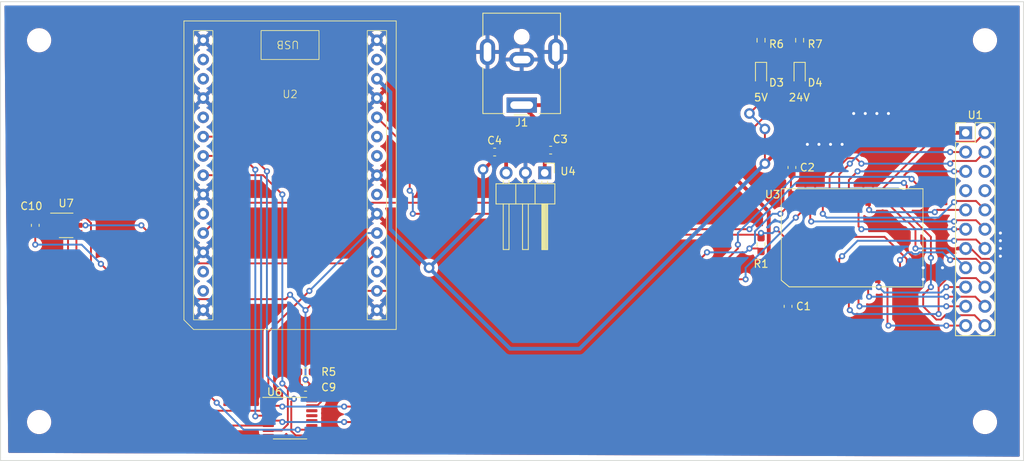
<source format=kicad_pcb>
(kicad_pcb (version 20221018) (generator pcbnew)

  (general
    (thickness 1.6)
  )

  (paper "A4")
  (layers
    (0 "F.Cu" signal)
    (31 "B.Cu" signal)
    (32 "B.Adhes" user "B.Adhesive")
    (33 "F.Adhes" user "F.Adhesive")
    (34 "B.Paste" user)
    (35 "F.Paste" user)
    (36 "B.SilkS" user "B.Silkscreen")
    (37 "F.SilkS" user "F.Silkscreen")
    (38 "B.Mask" user)
    (39 "F.Mask" user)
    (40 "Dwgs.User" user "User.Drawings")
    (41 "Cmts.User" user "User.Comments")
    (42 "Eco1.User" user "User.Eco1")
    (43 "Eco2.User" user "User.Eco2")
    (44 "Edge.Cuts" user)
    (45 "Margin" user)
    (46 "B.CrtYd" user "B.Courtyard")
    (47 "F.CrtYd" user "F.Courtyard")
    (48 "B.Fab" user)
    (49 "F.Fab" user)
    (50 "User.1" user)
    (51 "User.2" user)
    (52 "User.3" user)
    (53 "User.4" user)
    (54 "User.5" user)
    (55 "User.6" user)
    (56 "User.7" user)
    (57 "User.8" user)
    (58 "User.9" user)
  )

  (setup
    (stackup
      (layer "F.SilkS" (type "Top Silk Screen"))
      (layer "F.Paste" (type "Top Solder Paste"))
      (layer "F.Mask" (type "Top Solder Mask") (thickness 0.01))
      (layer "F.Cu" (type "copper") (thickness 0.035))
      (layer "dielectric 1" (type "core") (thickness 1.51) (material "FR4") (epsilon_r 4.5) (loss_tangent 0.02))
      (layer "B.Cu" (type "copper") (thickness 0.035))
      (layer "B.Mask" (type "Bottom Solder Mask") (thickness 0.01))
      (layer "B.Paste" (type "Bottom Solder Paste"))
      (layer "B.SilkS" (type "Bottom Silk Screen"))
      (copper_finish "None")
      (dielectric_constraints no)
    )
    (pad_to_mask_clearance 0)
    (pcbplotparams
      (layerselection 0x00010fc_ffffffff)
      (plot_on_all_layers_selection 0x0000000_00000000)
      (disableapertmacros false)
      (usegerberextensions true)
      (usegerberattributes false)
      (usegerberadvancedattributes false)
      (creategerberjobfile false)
      (dashed_line_dash_ratio 12.000000)
      (dashed_line_gap_ratio 3.000000)
      (svgprecision 4)
      (plotframeref false)
      (viasonmask false)
      (mode 1)
      (useauxorigin false)
      (hpglpennumber 1)
      (hpglpenspeed 20)
      (hpglpendiameter 15.000000)
      (dxfpolygonmode true)
      (dxfimperialunits true)
      (dxfusepcbnewfont true)
      (psnegative false)
      (psa4output false)
      (plotreference true)
      (plotvalue false)
      (plotinvisibletext false)
      (sketchpadsonfab false)
      (subtractmaskfromsilk true)
      (outputformat 1)
      (mirror false)
      (drillshape 0)
      (scaleselection 1)
      (outputdirectory "outputs/")
    )
  )

  (net 0 "")
  (net 1 "+24V")
  (net 2 "GND")
  (net 3 "+3V3")
  (net 4 "+5V")
  (net 5 "/BLANK")
  (net 6 "Net-(U6-EN)")
  (net 7 "/DOT")
  (net 8 "/D")
  (net 9 "/C")
  (net 10 "/E")
  (net 11 "unconnected-(U1-NC-Pad6)")
  (net 12 "unconnected-(U1-NC-Pad7)")
  (net 13 "unconnected-(U1-NC-Pad8)")
  (net 14 "/G")
  (net 15 "/B")
  (net 16 "/F")
  (net 17 "/A")
  (net 18 "/GRID8")
  (net 19 "/GRID0")
  (net 20 "/GRID2")
  (net 21 "/GRID4")
  (net 22 "/GRID7")
  (net 23 "/GRID6")
  (net 24 "/GRID5")
  (net 25 "/GRID3")
  (net 26 "/GRID1")
  (net 27 "unconnected-(U2-RST-Pad4)")
  (net 28 "unconnected-(U2-GPIO4,ADC1_CH4,FSPIHD,MTMS-Pad6)")
  (net 29 "/SPI_MISO")
  (net 30 "/SPI_SCLK")
  (net 31 "/SPI_MOSI")
  (net 32 "unconnected-(U2-GPIO8,RGB-Pad11)")
  (net 33 "/LATCH")
  (net 34 "unconnected-(U2-GPIO0,ADC1_CH0,XTAL_32K_P-Pad17)")
  (net 35 "unconnected-(U2-GPIO1,ADC1_CH1,XTAL_32K_N-Pad18)")
  (net 36 "/TMP_CS")
  (net 37 "Net-(U2-GPIO3,ADC1_CH3)")
  (net 38 "unconnected-(U2-GPIO20,U0RXD,RX-Pad24)")
  (net 39 "unconnected-(U2-GPIO21,U0TXD,TX-Pad25)")
  (net 40 "unconnected-(U2-GPIO18-Pad27)")
  (net 41 "unconnected-(U2-GPIO19-Pad28)")
  (net 42 "unconnected-(U3-DOUT-Pad2)")
  (net 43 "unconnected-(U3-OUT19-Pad3)")
  (net 44 "unconnected-(U3-OUT18-Pad4)")
  (net 45 "unconnected-(U3-OUT17-Pad5)")
  (net 46 "/SPI_A_SCLK")
  (net 47 "/SPI_A_MOSI")
  (net 48 "/SPI_B_SCLK")
  (net 49 "/SPI_B_MOSI")
  (net 50 "/SPI_B_MISO")
  (net 51 "unconnected-(U6-S3A-Pad11)")
  (net 52 "unconnected-(U6-D4-Pad12)")
  (net 53 "unconnected-(U6-S4B-Pad13)")
  (net 54 "unconnected-(U6-S4A-Pad14)")
  (net 55 "Net-(D3-K)")
  (net 56 "Net-(D4-K)")

  (footprint "Capacitor_SMD:C_0603_1608Metric_Pad1.08x0.95mm_HandSolder" (layer "F.Cu") (at 19.812 64.516 -90))

  (footprint "Capacitor_SMD:C_0603_1608Metric_Pad1.08x0.95mm_HandSolder" (layer "F.Cu") (at 87.63 54.61))

  (footprint "Capacitor_SMD:C_0603_1608Metric_Pad1.08x0.95mm_HandSolder" (layer "F.Cu") (at 80.264 54.864 180))

  (footprint "Capacitor_SMD:C_0603_1608Metric_Pad1.08x0.95mm_HandSolder" (layer "F.Cu") (at 118.872 75.184 -90))

  (footprint "esp-clock:esp32c3_devkit_minim1" (layer "F.Cu") (at 53.34 57.912 90))

  (footprint "MountingHole:MountingHole_2.7mm_M2.5" (layer "F.Cu") (at 20.32 40.132))

  (footprint "Connector_PinHeader_2.54mm:PinHeader_1x03_P2.54mm_Horizontal" (layer "F.Cu") (at 86.853 57.601 -90))

  (footprint "Resistor_SMD:R_0603_1608Metric_Pad0.98x0.95mm_HandSolder" (layer "F.Cu") (at 120.396 40.132 -90))

  (footprint "Package_TO_SOT_SMD:SOT-23-6_Handsoldering" (layer "F.Cu") (at 23.876 64.516))

  (footprint "Capacitor_SMD:C_0603_1608Metric_Pad1.08x0.95mm_HandSolder" (layer "F.Cu") (at 55.372 85.852 180))

  (footprint "Resistor_SMD:R_0603_1608Metric_Pad0.98x0.95mm_HandSolder" (layer "F.Cu") (at 115.316 67.056 -90))

  (footprint "Capacitor_SMD:C_0603_1608Metric_Pad1.08x0.95mm_HandSolder" (layer "F.Cu") (at 119.38 56.896 90))

  (footprint "Connector_PinHeader_2.54mm:PinHeader_2x11_P2.54mm_Vertical" (layer "F.Cu") (at 142.24 52.324))

  (footprint "LED_SMD:LED_0603_1608Metric_Pad1.05x0.95mm_HandSolder" (layer "F.Cu") (at 120.396 44.704 -90))

  (footprint "LED_SMD:LED_0603_1608Metric_Pad1.05x0.95mm_HandSolder" (layer "F.Cu") (at 115.316 44.704 -90))

  (footprint "esp-clock:WSO-28" (layer "F.Cu") (at 127.508 66.04))

  (footprint "MountingHole:MountingHole_2.7mm_M2.5" (layer "F.Cu") (at 20.32 90.424))

  (footprint "MountingHole:MountingHole_2.7mm_M2.5" (layer "F.Cu") (at 144.78 90.424))

  (footprint "Connector_BarrelJack:BarrelJack_CUI_PJ-063AH_Horizontal" (layer "F.Cu") (at 83.82 48.68 180))

  (footprint "Package_SO:TSSOP-16_4.4x5mm_P0.65mm" (layer "F.Cu") (at 53.34 89.916))

  (footprint "MountingHole:MountingHole_2.7mm_M2.5" (layer "F.Cu") (at 144.78 40.132))

  (footprint "Resistor_SMD:R_0603_1608Metric_Pad0.98x0.95mm_HandSolder" (layer "F.Cu") (at 115.316 40.132 -90))

  (footprint "Resistor_SMD:R_0603_1608Metric_Pad0.98x0.95mm_HandSolder" (layer "F.Cu") (at 55.372 83.82 180))

  (gr_rect (start 15.24 35.052) (end 149.86 95.504)
    (stroke (width 0.1) (type default)) (fill none) (layer "Edge.Cuts") (tstamp 61fe6ac8-2578-4a6a-a37c-f1c2c899773a))
  (gr_text "5V" (at 114.3 48.26) (layer "F.SilkS") (tstamp 1d916d4b-17a3-4e79-87e6-f8c59b55a126)
    (effects (font (size 1 1) (thickness 0.15)) (justify left bottom))
  )
  (gr_text "24V" (at 118.872 48.26) (layer "F.SilkS") (tstamp 5fcec353-3954-49ef-b82d-dc595060757c)
    (effects (font (size 1 1) (thickness 0.15)) (justify left bottom))
  )

  (segment (start 118.872 74.3215) (end 117.5015 74.3215) (width 0.5) (layer "F.Cu") (net 1) (tstamp 0b3c2515-3ee0-42b3-91a4-467c84bbb737))
  (segment (start 83.82 48.68) (end 86.868 51.728) (width 0.5) (layer "F.Cu") (net 1) (tstamp 0ebbfc39-c7e1-4762-b83f-12b12a7c5ae8))
  (segment (start 117.5015 74.3215) (end 116.332 73.152) (width 0.5) (layer "F.Cu") (net 1) (tstamp 13bf7d1d-21e4-4777-a860-71535270f5c5))
  (segment (start 118.872 74.3215) (end 118.872 71.501) (width 0.5) (layer "F.Cu") (net 1) (tstamp 16355e81-0d1d-4d06-aea5-e9f4a8dd86d1))
  (segment (start 86.853 52.339) (end 86.853 57.601) (width 0.5) (layer "F.Cu") (net 1) (tstamp 22a834d3-83d9-4c94-85f5-3b770d3bd2a6))
  (segment (start 86.868 51.728) (end 86.868 52.324) (width 0.5) (layer "F.Cu") (net 1) (tstamp 3ee3b81f-437c-4e24-ac2c-8442f49d4ce1))
  (segment (start 116.332 62.7075) (end 102.3045 48.68) (width 0.5) (layer "F.Cu") (net 1) (tstamp 4f490fe7-8468-45d3-a2f4-96f74b579a8f))
  (segment (start 108.3035 54.864) (end 111.111 54.864) (width 0.25) (layer "F.Cu") (net 1) (tstamp 56688d8a-fd69-4aac-bace-962898ce42e5))
  (segment (start 118.872 71.501) (end 119.253 71.12) (width 0.5) (layer "F.Cu") (net 1) (tstamp 9e79c359-a5d8-490f-8334-fdee3a57cc3d))
  (segment (start 111.111 54.864) (end 120.396 45.579) (width 0.25) (layer "F.Cu") (net 1) (tstamp a6a771b4-348b-47cf-b8ec-bf433b445165))
  (segment (start 116.332 73.152) (end 116.332 62.7075) (width 0.5) (layer "F.Cu") (net 1) (tstamp aa268cbd-58e8-4ba2-8851-ae680d7008d0))
  (segment (start 102.3045 48.68) (end 83.82 48.68) (width 0.5) (layer "F.Cu") (net 1) (tstamp bc45c721-b546-46be-a2f2-3f93e7b785a4))
  (segment (start 86.868 52.324) (end 86.853 52.339) (width 0.5) (layer "F.Cu") (net 1) (tstamp e25089e4-b974-4e15-97b8-fcf18414be7b))
  (segment (start 144.293299 68.929) (end 146.463 68.929) (width 0.25) (layer "F.Cu") (net 2) (tstamp 05536768-1281-4c41-9a40-42d2773c902e))
  (segment (start 142.928299 67.564) (end 144.293299 68.929) (width 0.25) (layer "F.Cu") (net 2) (tstamp 0eb55216-3202-4cef-a4f9-c478df5eb8c3))
  (segment (start 139.192 70.104) (end 139.192 68.072) (width 0.25) (layer "F.Cu") (net 2) (tstamp 1c630dee-9da4-4d71-a776-166557b959e4))
  (segment (start 49.541 92.191) (end 50.4775 92.191) (width 0.25) (layer "F.Cu") (net 2) (tstamp 3c133065-4121-4a32-af4a-8eaabb7d108d))
  (segment (start 146.463 68.929) (end 146.812 68.58) (width 0.25) (layer "F.Cu") (net 2) (tstamp 632b2975-4fee-463d-b531-00deade117cb))
  (segment (start 142.24 67.564) (end 142.928299 67.564) (width 0.25) (layer "F.Cu") (net 2) (tstamp 715812e3-7afc-4346-bc59-86799f902f77))
  (segment (start 54.5095 85.852) (end 54.5095 83.87) (width 0.5) (layer "F.Cu") (net 2) (tstamp b7d89fa5-dacf-43c4-a267-002220b68b3f))
  (segment (start 139.7 67.564) (end 142.24 67.564) (width 0.25) (layer "F.Cu") (net 2) (tstamp c1651a87-311a-4c33-8882-6eaa285561e0))
  (segment (start 54.5095 83.87) (end 54.4595 83.82) (width 0.5) (layer "F.Cu") (net 2) (tstamp c29b56dc-57c8-409e-8c83-0adbc2b570f9))
  (segment (start 139.192 68.072) (end 139.7 67.564) (width 0.25) (layer "F.Cu") (net 2) (tstamp d2e09474-b37d-4967-b035-060c6640e4c5))
  (segment (start 49.541 92.191) (end 49.276 92.456) (width 0.25) (layer "F.Cu") (net 2) (tstamp ece879ee-c690-457d-a1b4-9813cb5b85d3))
  (via (at 136.652 70.104) (size 0.8) (drill 0.4) (layers "F.Cu" "B.Cu") (free) (net 2) (tstamp 01e89786-26ac-4709-af3c-3c33b1575b4f))
  (via (at 125.984 53.848) (size 0.8) (drill 0.4) (layers "F.Cu" "B.Cu") (free) (net 2) (tstamp 19f12309-78b9-4b5b-8b0e-bc97d008fc2c))
  (via (at 129.032 49.784) (size 0.8) (drill 0.4) (layers "F.Cu" "B.Cu") (free) (net 2) (tstamp 2a56e347-54dd-486c-95ab-ee4b69875260))
  (via (at 122.936 53.848) (size 0.8) (drill 0.4) (layers "F.Cu" "B.Cu") (free) (net 2) (tstamp 3b84baeb-4939-402a-ac06-872ab47d9ec4))
  (via (at 139.192 70.104) (size 0.8) (drill 0.4) (layers "F.Cu" "B.Cu") (free) (net 2) (tstamp 4ecaf62c-2722-4a3a-ae2f-325055aa7788))
  (via (at 146.812 66.548) (size 0.8) (drill 0.4) (layers "F.Cu" "B.Cu") (free) (net 2) (tstamp 580803e3-31ca-460b-969d-883fda9ff0ba))
  (via (at 146.812 68.58) (size 0.8) (drill 0.4) (layers "F.Cu" "B.Cu") (net 2) (tstamp 60453029-4840-4c49-b2ae-673ed23f2dd0))
  (via (at 132.08 49.784) (size 0.8) (drill 0.4) (layers "F.Cu" "B.Cu") (free) (net 2) (tstamp 76ce8437-28ec-4d0f-8e91-2c3ce84154b0))
  (via (at 121.412 53.848) (size 0.8) (drill 0.4) (layers "F.Cu" "B.Cu") (free) (net 2) (tstamp 7d5789a8-7e44-47bd-b425-b4ce542de80a))
  (via (at 130.556 49.784) (size 0.8) (drill 0.4) (layers "F.Cu" "B.Cu") (free) (net 2) (tstamp 80e67168-56e7-4a9f-990e-c2f38c45fa5e))
  (via (at 127.508 49.784) (size 0.8) (drill 0.4) (layers "F.Cu" "B.Cu") (free) (net 2) (tstamp 97628f1f-039a-4de0-8cde-e6a1175b5478))
  (via (at 146.812 67.564) (size 0.8) (drill 0.4) (layers "F.Cu" "B.Cu") (free) (net 2) (tstamp b0d4540a-0edf-41a5-ad60-78bd6acf21a0))
  (via (at 124.46 53.848) (size 0.8) (drill 0.4) (layers "F.Cu" "B.Cu") (free) (net 2) (tstamp b9537aa7-669c-45e2-97a4-737bad3a192c))
  (via (at 136.652 71.628) (size 0.8) (drill 0.4) (layers "F.Cu" "B.Cu") (free) (net 2) (tstamp c7f392ef-9661-4a93-9547-dcf073cc78e1))
  (via (at 146.812 65.532) (size 0.8) (drill 0.4) (layers "F.Cu" "B.Cu") (free) (net 2) (tstamp e8883787-9a78-4610-bf10-150fd605b596))
  (segment (start 56.2345 87.609) (end 56.2025 87.641) (width 0.25) (layer "F.Cu") (net 3) (tstamp 1cf32c1f-a0b6-4be2-a1d6-6d5826cf8720))
  (segment (start 113.792 67.564) (end 114.9115 67.564) (width 0.25) (layer "F.Cu") (net 3) (tstamp 38c61085-fe65-4048-a59c-bbac454c3c60))
  (segment (start 119.253 57.8855) (end 119.253 60.96) (width 0.25) (layer "F.Cu") (net 3) (tstamp 3a9a4e42-c3b3-40af-a502-1822752652f5))
  (segment (start 64.77 73.152) (end 72.644 73.152) (width 0.25) (layer "F.Cu") (net 3) (tstamp 3f52bf6a-6af9-469c-b74e-711e51f89893))
  (segment (start 119.253 60.96) (end 119.253 61.595) (width 0.25) (layer "F.Cu") (net 3) (tstamp 4324012a-0ac1-42dd-a7b6-0dc613d09329))
  (segment (start 56.2345 85.852) (end 56.2345 85.6985) (width 0.25) (layer "F.Cu") (net 3) (tstamp 4dc48d48-7e35-4ba0-9842-646df072fc57))
  (segment (start 55.372 75.692) (end 57.912 73.152) (width 0.25) (layer "F.Cu") (net 3) (tstamp 553d6904-dde0-464b-9ded-f554a8a5382e))
  (segment (start 57.912 73.152) (end 64.77 73.152) (width 0.25) (layer "F.Cu") (net 3) (tstamp 5e317b41-9550-4028-be9a-5b0579cbcf74))
  (segment (start 19.812 65.3785) (end 19.8995 65.466) (width 0.25) (layer "F.Cu") (net 3) (tstamp 6113ab0a-a699-4867-8e29-6cad64ea8255))
  (segment (start 119.253 61.595) (end 117.856 62.992) (width 0.25) (layer "F.Cu") (net 3) (tstamp 6501e76a-88cd-4923-bf0e-09fad6eecf09))
  (segment (start 56.2345 85.852) (end 56.2345 87.609) (width 0.25) (layer "F.Cu") (net 3) (tstamp 7e93ae2c-80b7-4d2f-a7b1-420e5d41699f))
  (segment (start 81.788 82.296) (end 93.98 82.296) (width 0.25) (layer "F.Cu") (net 3) (tstamp 7f8ca806-2407-4281-8143-05990a65d867))
  (segment (start 114.9115 67.564) (end 115.316 67.9685) (width 0.25) (layer "F.Cu") (net 3) (tstamp 99aa517e-51bc-43a2-9077-117abb36dc29))
  (segment (start 53.34 73.66) (end 52.761 74.239) (width 0.25) (layer "F.Cu") (net 3) (tstamp 9f9d5e18-5209-4271-8651-82782679ea7b))
  (segment (start 93.98 82.296) (end 108.204 68.072) (width 0.25) (layer "F.Cu") (net 3) (tstamp b03d59df-ebc7-4e00-bb8a-b018d7fc2aa7))
  (segment (start 33.091 74.239) (end 28.448 69.596) (width 0.25) (layer "F.Cu") (net 3) (tstamp b591cf44-ac7f-46d3-87c6-22ca50010e26))
  (segment (start 56.2345 85.6985) (end 55.372 84.836) (width 0.25) (layer "F.Cu") (net 3) (tstamp b6d03706-7dbe-4fe2-b326-0da86be405f8))
  (segment (start 119.38 57.7585) (end 119.253 57.8855) (width 0.25) (layer "F.Cu") (net 3) (tstamp c039d406-2e67-40d2-aa02-8585516a4122))
  (segment (start 19.8995 65.466) (end 22.526 65.466) (width 0.25) (layer "F.Cu") (net 3) (tstamp cad70fb2-1c7c-463d-8bff-94fd8d1dc80a))
  (segment (start 19.812 67.056) (end 19.812 65.3785) (width 0.25) (layer "F.Cu") (net 3) (tstamp d6d7bb09-43a3-4759-8824-f84d54edaff6))
  (segment (start 72.644 73.152) (end 81.788 82.296) (width 0.25) (layer "F.Cu") (net 3) (tstamp dacd1b94-3b8f-49c2-80ba-246cc387b640))
  (segment (start 52.761 74.239) (end 33.091 74.239) (width 0.25) (layer "F.Cu") (net 3) (tstamp ea2924ff-2604-4126-a28d-65b1e02ee519))
  (via (at 19.812 67.056) (size 0.8) (drill 0.4) (layers "F.Cu" "B.Cu") (net 3) (tstamp 3bce4c4a-193b-4ee0-b5e9-fccf3bc1080f))
  (via (at 55.372 84.836) (size 0.8) (drill 0.4) (layers "F.Cu" "B.Cu") (net 3) (tstamp 74d5858e-50d9-4b55-93cc-47ef24bd839d))
  (via (at 55.372 75.692) (size 0.8) (drill 0.4) (layers "F.Cu" "B.Cu") (net 3) (tstamp 76c6748b-3b93-4298-8f36-41d480c15bfe))
  (via (at 53.34 73.66) (size 0.8) (drill 0.4) (layers "F.Cu" "B.Cu") (net 3) (tstamp b64a187b-0b17-4693-b58e-7f791ae69416))
  (via (at 113.792 67.564) (size 0.8) (drill 0.4) (layers "F.Cu" "B.Cu") (net 3) (tstamp b9f9fe03-cf8f-426c-ba1d-6d9dea3fe433))
  (via (at 117.856 62.992) (size 0.8) (drill 0.4) (layers "F.Cu" "B.Cu") (net 3) (tstamp bb125702-96e7-4828-8294-3a9d1e32f599))
  (via (at 28.448 69.596) (size 0.8) (drill 0.4) (layers "F.Cu" "B.Cu") (net 3) (tstamp dd5a0366-8674-4280-a02f-e63f413dac22))
  (via (at 108.204 68.072) (size 0.8) (drill 0.4) (layers "F.Cu" "B.Cu") (net 3) (tstamp f1fbbcdc-9feb-4ced-86b9-0e819bddc5d1))
  (segment (start 113.284 68.072) (end 113.792 67.564) (width 0.25) (layer "B.Cu") (net 3) (tstamp 158cf1c6-2785-4ec9-ab9d-1a5624e62d48))
  (segment (start 114.517 66.839) (end 113.792 67.564) (width 0.25) (layer "B.Cu") (net 3) (tstamp 2354630e-065d-4168-b931-369150434b73))
  (segment (start 114.517 65.305695) (end 114.517 66.839) (width 0.25) (layer "B.Cu") (net 3) (tstamp 3426158d-3bb0-4c8a-8d94-e5471af20fa8))
  (segment (start 117.856 62.992) (end 116.830695 62.992) (width 0.25) (layer "B.Cu") (net 3) (tstamp 3be5f0ab-d478-4830-813c-a3907db86c03))
  (segment (start 108.204 68.072) (end 113.284 68.072) (width 0.25) (layer "B.Cu") (net 3) (tstamp 6a8bcf7d-a491-4088-846f-59898341e92f))
  (segment (start 116.830695 62.992) (end 114.517 65.305695) (width 0.25) (layer "B.Cu") (net 3) (tstamp 76062577-2283-46e1-9db1-92aa3de128d3))
  (segment (start 25.908 67.056) (end 19.812 67.056) (width 0.25) (layer "B.Cu") (net 3) (tstamp b447a80e-6ff5-4361-aa97-5fdc5fa3487c))
  (segment (start 28.448 69.596) (end 25.908 67.056) (width 0.25) (layer "B.Cu") (net 3) (tstamp dd0bc76e-896a-48ed-8fa5-733f971307b7))
  (segment (start 55.372 75.692) (end 53.34 73.66) (width 0.25) (layer "B.Cu") (net 3) (tstamp e0836387-5aec-4cb6-bb30-22179930b198))
  (segment (start 55.372 84.836) (end 55.372 75.692) (width 0.25) (layer "B.Cu") (net 3) (tstamp f96364e6-5b83-4cc2-8ed2-d1398feac90f))
  (segment (start 119.888 52.324) (end 115.824 56.388) (width 0.5) (layer "F.Cu") (net 4) (tstamp 2c529a77-f7af-4e98-9d25-87a20206844b))
  (segment (start 115.316 45.579) (end 115.316 48.26) (width 0.25) (layer "F.Cu") (net 4) (tstamp 3211df8d-5ea6-40d8-b1a3-73c5d88fdab7))
  (segment (start 115.824 51.816) (end 115.824 56.388) (width 0.25) (layer "F.Cu") (net 4) (tstamp 8e0f454a-ea27-432a-bbd8-b36d68e7465d))
  (segment (start 81.773 55.5105) (end 81.1265 54.864) (width 0.5) (layer "F.Cu") (net 4) (tstamp 9c7ae4ab-ec71-461f-85c7-c72a8c340035))
  (segment (start 79.0945 56.896) (end 78.74 56.896) (width 0.5) (layer "F.Cu") (net 4) (tstamp a33a386d-40f7-42ec-97a3-6fc3a0e14c4d))
  (segment (start 81.1265 54.864) (end 79.0945 56.896) (width 0.5) (layer "F.Cu") (net 4) (tstamp acee1bcd-c652-44cc-826c-5f30f55a104e))
  (segment (start 81.773 57.601) (end 81.773 55.5105) (width 0.5) (layer "F.Cu") (net 4) (tstamp b573e1a9-d285-499f-ab6c-db3d0bedd48b))
  (segment (start 115.316 48.26) (end 113.792 49.784) (width 0.25) (layer "F.Cu") (net 4) (tstamp f1494bc1-f793-4f4b-bb2f-087ce49ee0f9))
  (segment (start 142.24 52.324) (end 119.888 52.324) (width 0.5) (layer "F.Cu") (net 4) (tstamp fa264db0-aaf7-4060-84e7-5318174669d9))
  (via (at 115.824 56.388) (size 1.4) (drill 0.8) (layers "F.Cu" "B.Cu") (net 4) (tstamp 028ee95a-3b3e-4135-a1b4-2ac4a5269832))
  (via (at 78.74 57.15) (size 1.4) (drill 0.8) (layers "F.Cu" "B.Cu") (net 4) (tstamp 3dbba8c1-4d59-4955-9c28-adf6413220f3))
  (via (at 71.628 70.104) (size 1.4) (drill 0.8) (layers "F.Cu" "B.Cu") (net 4) (tstamp 95e38384-13ef-45a5-bcfd-9b2f477ffdb5))
  (via (at 115.824 51.816) (size 1.4) (drill 0.8) (layers "F.Cu" "B.Cu") (net 4) (tstamp c281af62-c406-4b9d-8a35-871a87c71d8c))
  (via (at 113.792 49.784) (size 1.4) (drill 0.8) (layers "F.Cu" "B.Cu") (net 4) (tstamp c6a52e20-af16-4504-ad9c-eb1a4478dd0d))
  (segment (start 78.74 57.15) (end 78.74 62.992) (width 0.5) (layer "B.Cu") (net 4) (tstamp 09cff0e5-8aaa-40b1-826b-b472bd09d5b0))
  (segment (start 66.548 65.024) (end 71.628 70.104) (width 0.5) (layer "B.Cu") (net 4) (tstamp 193832e3-d1ff-4ba7-9ec1-0911fa83c033))
  (segment (start 71.628 70.104) (end 82.296 80.772) (width 0.5) (layer "B.Cu") (net 4) (tstamp 284f1935-aed0-4698-a5d3-6abf36ee65d2))
  (segment (start 91.44 80.772) (end 115.824 56.388) (width 0.5) (layer "B.Cu") (net 4) (tstamp 7cff6756-8bb9-4371-8ee9-501d7af955ed))
  (segment (start 78.74 62.992) (end 71.628 70.104) (width 0.5) (layer "B.Cu") (net 4) (tstamp 7f352f2f-332e-4864-821f-a647abe6b958))
  (segment (start 66.548 65.024) (end 66.548 46.99) (width 0.5) (layer "B.Cu") (net 4) (tstamp bd2169c0-6f2e-4f6d-9e33-9b3759761da0))
  (segment (start 82.296 80.772) (end 91.44 80.772) (width 0.5) (layer "B.Cu") (net 4) (tstamp bed47056-2d46-482b-94f8-b6182b81aa63))
  (segment (start 113.792 49.784) (end 115.824 51.816) (width 0.25) (layer "B.Cu") (net 4) (tstamp df9ddeda-be6b-4874-9377-e40cca79f813))
  (segment (start 66.548 46.99) (end 64.77 45.212) (width 0.5) (layer "B.Cu") (net 4) (tstamp e4efbcca-b632-4464-bddf-a0ec4a9fb92d))
  (segment (start 115.316 65.532) (end 115.099 65.749) (width 0.25) (layer "F.Cu") (net 5) (tstamp 055119a6-c8ef-47a3-be43-26f53541a662))
  (segment (start 69.088 59.944) (end 69.088 54.61) (width 0.25) (layer "F.Cu") (net 5) (tstamp 10481e3c-96dd-4a50-9fe9-fa2dd7ed1613))
  (segment (start 94.488 62.992) (end 69.4925 62.992) (width 0.25) (layer "F.Cu") (net 5) (tstamp 323bac95-ac66-44bf-94f1-b0f29aad2e6a))
  (segment (start 131.581305 66.04) (end 134.493 68.951695) (width 0.25) (layer "F.Cu") (net 5) (tstamp 5901fe26-ad04-495f-ac85-434ab541965c))
  (segment (start 97.245 65.749) (end 94.488 62.992) (width 0.25) (layer "F.Cu") (net 5) (tstamp 6804599f-ef38-4775-8f9c-83eef4035af0))
  (segment (start 134.493 68.951695) (end 134.493 71.12) (width 0.25) (layer "F.Cu") (net 5) (tstamp 70bf3bcf-5ff6-4c98-b9e7-a25ccf6319f6))
  (segment (start 118.364 66.04) (end 131.581305 66.04) (width 0.25) (layer "F.Cu") (net 5) (tstamp 8ac439d0-1c2f-4aa1-9d2e-b1b59acfaf24))
  (segment (start 117.343701 65.019701) (end 118.364 66.04) (width 0.25) (layer "F.Cu") (net 5) (tstamp ac8b2a72-b6be-4a19-a0a9-d554cba117ae))
  (segment (start 115.316 66.1435) (end 115.316 65.532) (width 0.25) (layer "F.Cu") (net 5) (tstamp b9c34740-b35a-4d9f-b8db-64c835f39180))
  (segment (start 115.099 65.749) (end 97.245 65.749) (width 0.25) (layer "F.Cu") (net 5) (tstamp cd6ab3aa-5816-47fe-8787-7619f9fbb2c5))
  (segment (start 69.088 54.61) (end 64.77 50.292) (width 0.25) (layer "F.Cu") (net 5) (tstamp e9c0fc77-2c4e-41e1-8be9-0e7a1cb1d042))
  (via (at 117.343701 65.019701) (size 0.8) (drill 0.4) (layers "F.Cu" "B.Cu") (net 5) (tstamp 41a53a4e-3cb4-4e07-a2fc-129bfd7c8633))
  (via (at 69.088 59.944) (size 0.8) (drill 0.4) (layers "F.Cu" "B.Cu") (net 5) (tstamp be2aa8cc-8808-494d-948e-7252507c5ac0))
  (via (at 69.4925 62.992) (size 0.8) (drill 0.4) (layers "F.Cu" "B.Cu") (net 5) (tstamp de5b6e74-9094-4750-8003-16f223746f56))
  (via (at 115.316 65.532) (size 0.8) (drill 0.4) (layers "F.Cu" "B.Cu") (net 5) (tstamp fd057498-9e31-4171-99df-b154ff595324))
  (segment (start 115.316 65.532) (end 116.831402 65.532) (width 0.25) (layer "B.Cu") (net 5) (tstamp 2767ee7d-46cc-4137-ad7f-c56f9bb26e33))
  (segment (start 69.4925 60.3485) (end 69.088 59.944) (width 0.25) (layer "B.Cu") (net 5) (tstamp a02b3990-639a-42dc-9d46-da6be825d58a))
  (segment (start 116.831402 65.532) (end 117.343701 65.019701) (width 0.25) (layer "B.Cu") (net 5) (tstamp b48feb0b-d049-48ed-8e60-7020054570db))
  (segment (start 69.4925 62.992) (end 69.4925 60.3485) (width 0.25) (layer "B.Cu") (net 5) (tstamp b9bb1aff-6790-45e5-82ea-0ba297293af0))
  (segment (start 56.2025 88.291) (end 56.891041 88.291) (width 0.25) (layer "F.Cu") (net 6) (tstamp 132dd206-c71e-498c-b511-708af3c6d0f4))
  (segment (start 56.891041 88.291) (end 57.404 87.778041) (width 0.25) (layer "F.Cu") (net 6) (tstamp 38789f7e-613a-4677-897d-c001e5a78b30))
  (segment (start 57.404 87.778041) (end 57.404 84.9395) (width 0.25) (layer "F.Cu") (net 6) (tstamp 7de49e51-28f3-44b4-8110-cf5c024f2fb1))
  (segment (start 57.404 84.9395) (end 56.2845 83.82) (width 0.25) (layer "F.Cu") (net 6) (tstamp e2475064-a658-4bde-9843-3b31bfc127ea))
  (segment (start 144.78 52.324) (end 143.605 53.499) (width 0.25) (layer "F.Cu") (net 7) (tstamp 07d574bb-bd17-42db-97ca-f51a6eaa9d99))
  (segment (start 143.605 53.499) (end 137.504 53.499) (width 0.25) (layer "F.Cu") (net 7) (tstamp 26276fe3-767c-44bb-ab2f-51cc59d92b84))
  (segment (start 137.504 53.499) (end 130.683 60.32) (width 0.25) (layer "F.Cu") (net 7) (tstamp 9867a5f8-1754-4490-84a4-42c920c4f4d9))
  (segment (start 130.683 60.32) (end 130.683 60.96) (width 0.25) (layer "F.Cu") (net 7) (tstamp fba0c337-ea90-4ff0-8f06-28301e7cc279))
  (segment (start 125.603 57.785) (end 125.603 60.96) (width 0.25) (layer "F.Cu") (net 8) (tstamp c8a4a1f7-887a-45dd-bcba-b68c2e674faa))
  (segment (start 142.24 54.864) (end 140.208 54.864) (width 0.25) (layer "F.Cu") (net 8) (tstamp d7f16daa-c181-4b12-8bf4-13b65720c801))
  (segment (start 127 56.388) (end 125.603 57.785) (width 0.25) (layer "F.Cu") (net 8) (tstamp df4dbe0b-bda8-4223-9955-3ef1b19cdcef))
  (via (at 140.208 54.864) (size 0.8) (drill 0.4) (layers "F.Cu" "B.Cu") (net 8) (tstamp 1d80e5d0-f83a-42f1-be9a-284853fd69f2))
  (via (at 127 56.388) (size 0.8) (drill 0.4) (layers "F.Cu" "B.Cu") (net 8) (tstamp 7d9a2910-9f9d-468f-9ce7-ee14869292ae))
  (segment (start 140.208 54.864) (end 128.524 54.864) (width 0.25) (layer "B.Cu") (net 8) (tstamp 55e57fab-caec-44b2-8936-00d6118c3c88))
  (segment (start 128.524 54.864) (end 127 56.388) (width 0.25) (layer "B.Cu") (net 8) (tstamp a1cbd362-4999-41eb-aed5-fa7f08d487f1))
  (segment (start 127.799 55.663) (end 126.699695 55.663) (width 0.25) (layer "F.Cu") (net 9) (tstamp 036db0a5-7c7f-4446-bbee-888a6a4466d2))
  (segment (start 140.557 56.039) (end 140.208 56.388) (width 0.25) (layer "F.Cu") (net 9) (tstamp 062eeb49-31ee-41eb-bc11-04b32009116c))
  (segment (start 144.78 54.864) (end 143.605 56.039) (width 0.25) (layer "F.Cu") (net 9) (tstamp 412df009-769b-4c7a-bd14-9a52551c82b3))
  (segment (start 143.605 56.039) (end 140.557 56.039) (width 0.25) (layer "F.Cu") (net 9) (tstamp 5de6d87c-cc04-43b2-8ce4-e89f502ffa40))
  (segment (start 126.699695 55.663) (end 124.333 58.029695) (width 0.25) (layer "F.Cu") (net 9) (tstamp 83349e92-2233-4869-bf32-da6ef7015369))
  (segment (start 128.524 56.388) (end 127.799 55.663) (width 0.25) (layer "F.Cu") (net 9) (tstamp a36e10cb-a290-431f-b069-e2840e1c2226))
  (segment (start 124.333 58.029695) (end 124.333 60.96) (width 0.25) (layer "F.Cu") (net 9) (tstamp b64de8f0-292b-4115-a653-577bfddc677d))
  (via (at 128.524 56.388) (size 0.8) (drill 0.4) (layers "F.Cu" "B.Cu") (net 9) (tstamp 3aed2d26-9262-48f2-b027-639d2bff2d73))
  (via (at 140.208 56.388) (size 0.8) (drill 0.4) (layers "F.Cu" "B.Cu") (net 9) (tstamp 7253690f-79b2-48cc-a7fe-752fe9b26d4b))
  (segment (start 140.208 56.388) (end 128.524 56.388) (width 0.25) (layer "B.Cu") (net 9) (tstamp 6f88d7d9-71b3-4562-b42e-1a149ac9d449))
  (segment (start 126.873 58.547) (end 126.873 60.96) (width 0.25) (layer "F.Cu") (net 10) (tstamp 11bf5115-6f42-4ce9-b274-7011876c2a0e))
  (segment (start 142.24 57.404) (end 140.716 57.404) (width 0.25) (layer "F.Cu") (net 10) (tstamp 838c320b-4cef-45d2-ba0e-3f74377b2da9))
  (segment (start 128.016 57.404) (end 126.873 58.547) (width 0.25) (layer "F.Cu") (net 10) (tstamp 91d512f0-c4b3-44a7-a239-f9b48e7b84c7))
  (via (at 140.716 57.404) (size 0.8) (drill 0.4) (layers "F.Cu" "B.Cu") (net 10) (tstamp e9cc7018-7824-4a63-8ff9-fb28fe665361))
  (via (at 128.016 57.404) (size 0.8) (drill 0.4) (layers "F.Cu" "B.Cu") (net 10) (tstamp fb03bf71-4c3b-4f99-953f-3a0346724861))
  (segment (start 140.716 57.404) (end 128.016 57.404) (width 0.25) (layer "B.Cu") (net 10) (tstamp d1944997-3ca1-4ccd-805a-822dd46bf28d))
  (segment (start 142.24 62.484) (end 138.4675 62.484) (width 0.25) (layer "F.Cu") (net 14) (tstamp 3fa7971a-240d-4fa2-9af6-8c1cf97735e8))
  (segment (start 129.54 62.484) (end 129.54 61.087) (width 0.25) (layer "F.Cu") (net 14) (tstamp 9286aa50-8af9-45b2-9b02-bd8a4df10a48))
  (segment (start 138.4675 62.484) (end 138.176 62.7755) (width 0.25) (layer "F.Cu") (net 14) (tstamp a92c1780-3a89-40e9-8a33-3e24bb5aa8ab))
  (segment (start 129.54 61.087) (end 129.413 60.96) (width 0.25) (layer "F.Cu") (net 14) (tstamp ca07cc3a-61cd-4815-80ce-170d9996143a))
  (via (at 129.54 62.484) (size 0.8) (drill 0.4) (layers "F.Cu" "B.Cu") (net 14) (tstamp 6a172a68-6790-4bc9-a4c2-4f32c0f2b6c2))
  (via (at 138.176 62.7755) (size 0.8) (drill 0.4) (layers "F.Cu" "B.Cu") (net 14) (tstamp ae8e6026-72fc-4318-951f-0cee42c39eac))
  (segment (start 129.8315 62.7755) (end 129.54 62.484) (width 0.25) (layer "B.Cu") (net 14) (tstamp 1bfa818e-d736-4573-a5e2-052e93421420))
  (segment (start 138.176 62.7755) (end 129.8315 62.7755) (width 0.25) (layer "B.Cu") (net 14) (tstamp a5094a84-d5fa-4e00-9202-a1f3cd22f167))
  (segment (start 140.875 61.309) (end 140.716 61.468) (width 0.25) (layer "F.Cu") (net 15) (tstamp 18862b33-163d-4dee-b4f4-9db63421e51d))
  (segment (start 123.444 62.992) (end 123.444 61.341) (width 0.25) (layer "F.Cu") (net 15) (tstamp 653743ac-a2a8-4bbd-8f5a-6620b8a13dec))
  (segment (start 143.605 61.309) (end 140.875 61.309) (width 0.25) (layer "F.Cu") (net 15) (tstamp 795a1e0f-604f-4763-8e00-944153818c15))
  (segment (start 144.78 62.484) (end 143.605 61.309) (width 0.25) (layer "F.Cu") (net 15) (tstamp 7e60a838-eaea-482e-9a21-388b8a242780))
  (segment (start 123.444 61.341) (end 123.063 60.96) (width 0.25) (layer "F.Cu") (net 15) (tstamp 8df2568d-a1bc-4a3d-9b9f-1f32fd6e3dee))
  (via (at 140.716 61.468) (size 0.8) (drill 0.4) (layers "F.Cu" "B.Cu") (net 15) (tstamp 05367a86-f5ef-4daf-9fd5-1a4209b9010c))
  (via (at 123.444 62.992) (size 0.8) (drill 0.4) (layers "F.Cu" "B.Cu") (net 15) (tstamp 19c33ebe-8445-4ac3-b69c-9f4839ccc5da))
  (segment (start 138.684 63.5) (end 140.716 61.468) (width 0.25) (layer "B.Cu") (net 15) (tstamp 40319415-f64b-4df9-bc36-4067e7a27ceb))
  (segment (start 138.684 63.5) (end 123.952 63.5) (width 0.25) (layer "B.Cu") (net 15) (tstamp a8c238e7-bf71-4452-972a-39ea943931c7))
  (segment (start 123.952 63.5) (end 123.444 62.992) (width 0.25) (layer "B.Cu") (net 15) (tstamp d5917994-3a88-429c-b7e8-d3b4caebad1f))
  (segment (start 128.143 64.643) (end 128.143 60.96) (width 0.25) (layer "F.Cu") (net 16) (tstamp 248d7441-914e-4c76-8f87-22c5153ce279))
  (segment (start 128.524 65.024) (end 128.143 64.643) (width 0.25) (layer "F.Cu") (net 16) (tstamp 578365ed-ff22-4bab-92f0-5699bf97586c))
  (segment (start 142.24 65.024) (end 140.716 65.024) (width 0.25) (layer "F.Cu") (net 16) (tstamp 6493db97-971f-4cc4-a1c8-80b2a8b065be))
  (via (at 128.524 65.024) (size 0.8) (drill 0.4) (layers "F.Cu" "B.Cu") (net 16) (tstamp 7dc25fcf-7531-4972-8512-131fed8e04f7))
  (via (at 140.716 65.024) (size 0.8) (drill 0.4) (layers "F.Cu" "B.Cu") (net 16) (tstamp a09c91f9-b7f8-451f-b610-7df4517bc3cc))
  (segment (start 140.716 65.024) (end 128.524 65.024) (width 0.25) (layer "B.Cu") (net 16) (tstamp 68234903-5a6b-4451-a580-0c63d1a4e88c))
  (segment (start 140.875 63.849) (end 140.716 64.008) (width 0.25) (layer "F.Cu") (net 17) (tstamp 44bda93c-08b8-4d18-924d-970a13bc3d25))
  (segment (start 121.793 63.881) (end 121.793 60.96) (width 0.25) (layer "F.Cu") (net 17) (tstamp 72c9ece1-aa15-4362-8f40-584a7f1de7e6))
  (segment (start 144.78 65.024) (end 143.605 63.849) (width 0.25) (layer "F.Cu") (net 17) (tstamp 7ff6c2f3-072b-4d13-ac37-62d585f5d30a))
  (segment (start 143.605 63.849) (end 140.875 63.849) (width 0.25) (layer "F.Cu") (net 17) (tstamp 8818494f-aa01-46bf-8024-b02a3498661e))
  (segment (start 121.92 64.008) (end 121.793 63.881) (width 0.25) (layer "F.Cu") (net 17) (tstamp c220345f-7eed-4a2d-8a7b-75379cea8816))
  (via (at 121.92 64.008) (size 0.8) (drill 0.4) (layers "F.Cu" "B.Cu") (net 17) (tstamp 3319ac93-672d-4518-8201-39de6fe3bcd8))
  (via (at 140.716 64.008) (size 0.8) (drill 0.4) (layers "F.Cu" "B.Cu") (net 17) (tstamp b91dd0d4-438d-43b9-8496-8fdd52b2ad80))
  (segment (start 140.716 64.008) (end 121.92 64.008) (width 0.25) (layer "B.Cu") (net 17) (tstamp 1fca2b11-0960-44eb-953c-2ced62f9908c))
  (segment (start 144.78 67.564) (end 143.605 66.389) (width 0.25) (layer "F.Cu") (net 18) (tstamp 083f5426-2cd9-466a-9347-f67674119947))
  (segment (start 125.984 68.58) (end 125.603 68.961) (width 0.25) (layer "F.Cu") (net 18) (tstamp 565f0b3e-bbdd-4973-9806-49653150788f))
  (segment (start 143.605 66.389) (end 140.875 66.389) (width 0.25) (layer "F.Cu") (net 18) (tstamp 580c042a-e846-437b-8422-6742ad99e6b9))
  (segment (start 140.875 66.389) (end 140.716 66.548) (width 0.25) (layer "F.Cu") (net 18) (tstamp d53c51c9-cc01-4764-bcad-d72df5062d66))
  (segment (start 125.603 68.961) (end 125.603 71.12) (width 0.25) (layer "F.Cu") (net 18) (tstamp fba3b132-9fdb-4395-a39e-da2b298472fc))
  (via (at 125.984 68.58) (size 0.8) (drill 0.4) (layers "F.Cu" "B.Cu") (net 18) (tstamp 662083d7-37c9-4fd3-82af-08fdc0eabfa7))
  (via (at 140.716 66.548) (size 0.8) (drill 0.4) (layers "F.Cu" "B.Cu") (net 18) (tstamp 81661932-f2f8-4ef3-bc1f-8916c2bd960f))
  (segment (start 128.016 66.548) (end 125.984 68.58) (width 0.25) (layer "B.Cu") (net 18) (tstamp 5da48bb4-556a-4f21-a567-d0cf6e69b6b9))
  (segment (start 140.716 66.548) (end 128.016 66.548) (width 0.25) (layer "B.Cu") (net 18) (tstamp 6e1c2b33-2d46-4437-8bad-e01fcde0a342))
  (segment (start 135.636 65.024) (end 134.62 64.008) (width 0.25) (layer "F.Cu") (net 19) (tstamp 58852e41-d8ef-4598-ac5e-833d03ab7d37))
  (segment (start 134.62 64.008) (end 134.361 64.008) (width 0.25) (layer "F.Cu") (net 19) (tstamp 5e6ec0f5-69df-4d60-861b-b5cbe3294f78))
  (segment (start 131.953 61.6) (end 131.953 60.96) (width 0.25) (layer "F.Cu") (net 19) (tstamp 6b4f7492-0a26-4f21-8508-a03b3d725e08))
  (segment (start 134.361 64.008) (end 131.953 61.6) (width 0.25) (layer "F.Cu") (net 19) (tstamp 7cc50a42-bcf9-4a64-92c5-d134034e74ec))
  (segment (start 135.636 67.564) (end 135.636 65.024) (width 0.25) (layer "F.Cu") (net 19) (tstamp e1c5aef1-1c2c-4689-bf8b-7272bfea037d))
  (via (at 135.636 67.564) (size 0.8) (drill 0.4) (layers "F.Cu" "B.Cu") (net 19) (tstamp b3f2df54-c592-4d9b-b56d-7b6da8b5117f))
  (segment (start 142.24 70.094695) (end 139.709305 67.564) (width 0.25) (layer "B.Cu") (net 19) (tstamp 3fad5e5a-6c67-467a-8232-2bf3e4e88d5d))
  (segment (start 142.24 70.104) (end 142.24 70.094695) (width 0.25) (layer "B.Cu") (net 19) (tstamp 876c3c9c-600d-4bde-a0a5-755d67a5319b))
  (segment (start 139.709305 67.564) (end 135.636 67.564) (width 0.25) (layer "B.Cu") (net 19) (tstamp ce6bba75-a946-40a0-b091-70b27bcb7f48))
  (segment (start 133.604 69.088) (end 133.604 70.739) (width 0.25) (layer "F.Cu") (net 20) (tstamp 3fe6c005-40e7-4415-a89e-52d41f131607))
  (segment (start 143.605 68.929) (end 140.367 68.929) (width 0.25) (layer "F.Cu") (net 20) (tstamp 91122fb5-dad1-49b4-ae32-ddee90286142))
  (segment (start 144.78 70.104) (end 143.605 68.929) (width 0.25) (layer "F.Cu") (net 20) (tstamp 931c6d6f-0481-4197-a2a4-fa1b48ce9a47))
  (segment (start 133.604 70.739) (end 133.223 71.12) (width 0.25) (layer "F.Cu") (net 20) (tstamp afaecf6b-d539-46d2-b63c-670c15b51e18))
  (segment (start 140.367 68.929) (end 140.208 69.088) (width 0.25) (layer "F.Cu") (net 20) (tstamp ee616457-26fa-44c6-a43c-5ae4b45409d5))
  (via (at 140.208 69.088) (size 0.8) (drill 0.4) (layers "F.Cu" "B.Cu") (net 20) (tstamp 090e655c-c796-41dd-825a-ad28c6d7ad4e))
  (via (at 133.604 69.088) (size 0.8) (drill 0.4) (layers "F.Cu" "B.Cu") (net 20) (tstamp 7ef0c199-4cdd-4145-8ac7-5aa5e8850a2b))
  (segment (start 140.208 69.088) (end 139.192 68.072) (width 0.25) (layer "B.Cu") (net 20) (tstamp 3480fccc-3908-40c6-b471-056b3791658b))
  (segment (start 139.192 68.072) (end 136.153305 68.072) (width 0.25) (layer "B.Cu") (net 20) (tstamp 353664f8-945f-4f86-92de-98da0cb83a41))
  (segment (start 135.118695 68.072) (end 134.62 68.072) (width 0.25) (layer "B.Cu") (net 20) (tstamp 37fef80b-96a8-4e87-b73f-0b5dc2e9d93e))
  (segment (start 136.153305 68.072) (end 135.936305 68.289) (width 0.25) (layer "B.Cu") (net 20) (tstamp 5789611b-fbbd-4ca2-8094-265aaff0cc58))
  (segment (start 135.335695 68.289) (end 135.118695 68.072) (width 0.25) (layer "B.Cu") (net 20) (tstamp 6faddfba-9c90-4948-8ca4-a85709eb959f))
  (segment (start 134.62 68.072) (end 133.604 69.088) (width 0.25) (layer "B.Cu") (net 20) (tstamp 883c42c9-be7b-4263-815f-262ecdbd4d83))
  (segment (start 135.936305 68.289) (end 135.335695 68.289) (width 0.25) (layer "B.Cu") (net 20) (tstamp b0e726fd-1a8f-47bc-b453-8b0e72f4b1d0))
  (segment (start 130.81 72.644) (end 130.81 71.247) (width 0.25) (layer "F.Cu") (net 21) (tstamp 241c5dad-21b9-437e-961e-3ef280ea4d47))
  (segment (start 130.81 71.247) (end 130.683 71.12) (width 0.25) (layer "F.Cu") (net 21) (tstamp 95ff9584-46b8-4393-abdc-295d02ee278d))
  (segment (start 142.24 72.644) (end 139.7 72.644) (width 0.25) (layer "F.Cu") (net 21) (tstamp 96ad332a-0e9b-47bb-950e-dbda99c89240))
  (via (at 139.7 72.644) (size 0.8) (drill 0.4) (layers "F.Cu" "B.Cu") (net 21) (tstamp dc7386b7-5ed4-4973-8ae7-3d3f5ea9369d))
  (via (at 130.81 72.644) (size 0.8) (drill 0.4) (layers "F.Cu" "B.Cu") (net 21) (tstamp fd2583d4-7651-4550-ac62-fa107b0fef44))
  (segment (start 139.7 72.644) (end 138.975 73.369) (width 0.25) (layer "B.Cu") (net 21) (tstamp 0980ef70-9124-4237-8ca7-d91e00f89bd8))
  (segment (start 131.535 73.369) (end 130.81 72.644) (width 0.25) (layer "B.Cu") (net 21) (tstamp 0c07196c-e19c-4c11-8120-196eb1830814))
  (segment (start 138.975 73.369) (end 131.535 73.369) (width 0.25) (layer "B.Cu") (net 21) (tstamp fb08241e-3dad-41e6-a930-e0b79402a8e6))
  (segment (start 127 75.692) (end 126.873 75.565) (width 0.25) (layer "F.Cu") (net 22) (tstamp 068237a8-ba9d-4ad0-b0f5-5737158d7175))
  (segment (start 126.873 75.565) (end 126.873 71.12) (width 0.25) (layer "F.Cu") (net 22) (tstamp 70fa1649-cfb5-4b8e-a84a-6b6d87af46f4))
  (segment (start 139.849695 71.469) (end 138.684 72.634695) (width 0.25) (layer "F.Cu") (net 22) (tstamp a6ec7a08-748f-4585-85b1-532127847b53))
  (segment (start 143.605 71.469) (end 139.849695 71.469) (width 0.25) (layer "F.Cu") (net 22) (tstamp ad051486-9e17-47dc-9941-0637c57f0eaa))
  (segment (start 138.684 72.634695) (end 138.684 76.2) (width 0.25) (layer "F.Cu") (net 22) (tstamp ae822bbe-024c-4128-b401-98c4a1158310))
  (segment (start 144.78 72.644) (end 143.605 71.469) (width 0.25) (layer "F.Cu") (net 22) (tstamp d7283d20-f421-479d-bf5b-1dadcacea19a))
  (via (at 127 75.692) (size 0.8) (drill 0.4) (layers "F.Cu" "B.Cu") (net 22) (tstamp cc887d7b-1e57-438b-ac1a-1b5f7884f135))
  (via (at 138.684 76.2) (size 0.8) (drill 0.4) (layers "F.Cu" "B.Cu") (net 22) (tstamp f14aa5ca-a7fb-41f3-8d25-a33557cc37a5))
  (segment (start 127.508 76.2) (end 127 75.692) (width 0.25) (layer "B.Cu") (net 22) (tstamp 2ee09906-0c28-4b0e-857f-41c87d57913c))
  (segment (start 138.684 76.2) (end 127.508 76.2) (width 0.25) (layer "B.Cu") (net 22) (tstamp 3d0aaa95-d4b0-4ee2-a781-51a6195805ff))
  (segment (start 128.27 75.184) (end 128.143 75.057) (width 0.25) (layer "F.Cu") (net 23) (tstamp 0e910e0f-0602-4aa6-97ac-10199f00af18))
  (segment (start 128.143 75.057) (end 128.143 71.12) (width 0.25) (layer "F.Cu") (net 23) (tstamp 2223d4f6-2363-4af0-98f2-283effe47802))
  (segment (start 142.24 75.184) (end 139.7 75.184) (width 0.25) (layer "F.Cu") (net 23) (tstamp a18709d6-973f-4169-be5f-2af99bdefe1b))
  (via (at 128.27 75.184) (size 0.8) (drill 0.4) (layers "F.Cu" "B.Cu") (net 23) (tstamp 0ba4705a-9e3f-4b15-b014-691be8cc0179))
  (via (at 139.7 75.184) (size 0.8) (drill 0.4) (layers "F.Cu" "B.Cu") (net 23) (tstamp 9603a013-f313-48ba-9c0f-c0c893193d7a))
  (segment (start 139.7 75.184) (end 128.27 75.184) (width 0.25) (layer "B.Cu") (net 23) (tstamp 1106d9a2-a37e-44ad-ad41-30cd5f1bc1f0))
  (segment (start 144.78 75.184) (end 143.51 73.914) (width 0.25) (layer "F.Cu") (net 24) (tstamp 127462bb-01c0-44f8-b054-d3bf0e483f07))
  (segment (start 129.413 73.787) (end 129.413 71.12) (width 0.25) (layer "F.Cu") (net 24) (tstamp acf360f3-fd30-46f1-877d-71aeb568f651))
  (segment (start 143.51 73.914) (end 139.7 73.914) (width 0.25) (layer "F.Cu") (net 24) (tstamp f1fb3ed0-a172-464c-8356-2426a67ece4b))
  (segment (start 129.54 73.914) (end 129.413 73.787) (width 0.25) (layer "F.Cu") (net 24) (tstamp f92138ad-efb3-489a-b2c0-4ff3f95ad9cd))
  (via (at 139.7 73.914) (size 0.8) (drill 0.4) (layers "F.Cu" "B.Cu") (net 24) (tstamp 6baf5743-63cd-4685-a7be-fb9287450b59))
  (via (at 129.54 73.914) (size 0.8) (drill 0.4) (layers "F.Cu" "B.Cu") (net 24) (tstamp c2090148-29f2-4ca5-8293-45958afe9abc))
  (segment (start 139.7 73.914) (end 129.54 73.914) (width 0.25) (layer "B.Cu") (net 24) (tstamp f5f574fc-b374-467b-a191-d2afe7617522))
  (segment (start 132.08 77.724) (end 131.953 77.597) (width 0.25) (layer "F.Cu") (net 25) (tstamp 3ffa2461-ca0b-4ea7-9219-27d63e099084))
  (segment (start 142.24 77.724) (end 139.7 77.724) (width 0.25) (layer "F.Cu") (net 25) (tstamp 7af90f48-ac27-45da-8e2e-5ce8c3c8dbef))
  (segment (start 131.953 77.597) (end 131.953 71.12) (width 0.25) (layer "F.Cu") (net 25) (tstamp 90155c10-ac67-4edc-a444-ec904828010c))
  (via (at 132.08 77.724) (size 0.8) (drill 0.4) (layers "F.Cu" "B.Cu") (net 25) (tstamp f4d316d4-8215-408f-bff4-f238ce5ed5eb))
  (via (at 139.7 77.724) (size 0.8) (drill 0.4) (layers "F.Cu" "B.Cu") (net 25) (tstamp fe747c08-ad0e-463e-a029-a38dc6544811))
  (segment (start 139.7 77.724) (end 132.08 77.724) (width 0.25) (layer "B.Cu") (net 25) (tstamp c9ead4b7-7b5d-4a6a-9c58-0783db83ae04))
  (segment (start 138.984305 76.925) (end 139.550305 76.359) (width 0.25) (layer "F.Cu") (net 26) (tstamp 0e388288-bd12-4e4f-886e-cac095a51e9a))
  (segment (start 137.668 72.644) (end 136.652 73.66) (width 0.25) (layer "F.Cu") (net 26) (tstamp 13ddfa2a-1f1e-4264-9b5a-fbddb623247f))
  (segment (start 136.652 75.193305) (end 138.383695 76.925) (width 0.25) (layer "F.Cu") (net 26) (tstamp 16c9e79e-c461-4b15-bf39-49a1a2e6beae))
  (segment (start 138.383695 76.925) (end 138.984305 76.925) (width 0.25) (layer "F.Cu") (net 26) (tstamp 285aa067-0b41-4466-bbee-df6b854618ce))
  (segment (start 137.668 66.045) (end 133.223 61.6) (width 0.25) (layer "F.Cu") (net 26) (tstamp 40e462e9-5a07-4b27-b9b2-97d54c7773e5))
  (segment (start 143.415 76.359) (end 144.78 77.724) (width 0.25) (layer "F.Cu") (net 26) (tstamp 4905120b-16bd-4965-8a1c-71f81b1260aa))
  (segment (start 133.223 61.6) (end 133.223 60.96) (width 0.25) (layer "F.Cu") (net 26) (tstamp 494a8d1a-dbea-4abe-a4aa-ab9870a59b82))
  (segment (start 136.652 73.66) (end 136.652 75.193305) (width 0.25) (layer "F.Cu") (net 26) (tstamp 5efb1a41-a236-45c6-a653-d1c85900846f))
  (segment (start 137.668 68.7965) (end 137.668 66.045) (width 0.25) (layer "F.Cu") (net 26) (tstamp 84473a33-bc26-4e14-89d3-dfffe5e44c99))
  (segment (start 139.550305 76.359) (end 143.415 76.359) (width 0.25) (layer "F.Cu") (net 26) (tstamp aeb3a845-7b1c-4a07-b8f5-0491bbb24d8d))
  (via (at 137.668 68.7965) (size 0.8) (drill 0.4) (layers "F.Cu" "B.Cu") (net 26) (tstamp 1cf175ae-7e6c-4191-9314-c0feb8645728))
  (via (at 137.668 72.644) (size 0.8) (drill 0.4) (layers "F.Cu" "B.Cu") (net 26) (tstamp 68470683-1b74-45ce-b413-eee18ee00970))
  (segment (start 137.668 72.644) (end 137.668 68.7965) (width 0.25) (layer "B.Cu") (net 26) (tstamp 79218cbe-943c-4bff-865d-7075e3ef8849))
  (segment (start 53.499 87.725) (end 53.848 87.376) (width 0.25) (layer "F.Cu") (net 29) (tstamp 09d198d8-6e10-4a0a-bbe4-128d6d4f3f31))
  (segment (start 54.081695 92.191) (end 53.499 91.608305) (width 0.25) (layer "F.Cu") (net 29) (tstamp 153a3c96-200a-4212-84a0-5f9db1b2e570))
  (segment (start 45.728598 52.832) (end 41.91 52.832) (width 0.25) (layer "F.Cu") (net 29) (tstamp 8dd4946e-5071-4d2a-bc04-bafa11873102))
  (segment (start 56.2025 92.191) (end 54.081695 92.191) (width 0.25) (layer "F.Cu") (net 29) (tstamp ac0370cf-dc8d-49f8-8427-50e38fb1ae11))
  (segment (start 53.499 91.608305) (end 53.499 87.725) (width 0.25) (layer "F.Cu") (net 29) (tstamp af490c3d-1ade-4b1d-9cb6-7468cfb87e05))
  (segment (start 50.296299 57.399701) (end 45.728598 52.832) (width 0.25) (layer "F.Cu") (net 29) (tstamp ec6976b1-c951-4265-b10b-4c4dea7e4e16))
  (via (at 53.848 87.376) (size 0.8) (drill 0.4) (layers "F.Cu" "B.Cu") (net 29) (tstamp 2f59f7fd-4c88-418f-ad8d-370d5a53bd9e))
  (via (at 50.296299 57.399701) (size 0.8) (drill 0.4) (layers "F.Cu" "B.Cu") (net 29) (tstamp 33c50bf0-a8f4-4d6f-9b6b-17aef8d232ee))
  (segment (start 50.292 84.337305) (end 50.292 57.404) (width 0.25) (layer "B.Cu") (net 29) (tstamp 417facab-7345-4d31-9cc6-54302631a16a))
  (segment (start 53.848 87.376) (end 53.330695 87.376) (width 0.25) (layer "B.Cu") (net 29) (tstamp 7aaac815-32b8-4f4f-a7e8-2d83a14a33c3))
  (segment (start 53.330695 87.376) (end 50.292 84.337305) (width 0.25) (layer "B.Cu") (net 29) (tstamp df3b92e1-f90e-41cd-9cce-610feb33d996))
  (segment (start 50.292 57.404) (end 50.296299 57.399701) (width 0.25) (layer "B.Cu") (net 29) (tstamp f23ce3d5-5d56-451d-86a5-bc69d3f93c7e))
  (segment (start 48.8425 89.591) (end 48.768 89.6655) (width 0.25) (layer "F.Cu") (net 30) (tstamp 1c19450b-7922-4f8e-948b-d73cacd86e25))
  (segment (start 46.9525 55.372) (end 41.91 55.372) (width 0.25) (layer "F.Cu") (net 30) (tstamp 908cd7d7-9403-4f52-bd27-651c740aeab8))
  (segment (start 48.768 57.1875) (end 46.9525 55.372) (width 0.25) (layer "F.Cu") (net 30) (tstamp 91aedc8c-a9f2-4936-ae39-2ccce6d262ec))
  (segment (start 50.4775 89.591) (end 48.8425 89.591) (width 0.25) (layer "F.Cu") (net 30) (tstamp f28a6a19-9fbd-42d8-8016-d1ef03c8f205))
  (via (at 48.768 57.1875) (size 0.8) (drill 0.4) (layers "F.Cu" "B.Cu") (net 30) (tstamp c8dbb7d6-7557-4d6f-b946-42a93e3ef764))
  (via (at 48.768 89.6655) (size 0.8) (drill 0.4) (layers "F.Cu" "B.Cu") (net 30) (tstamp cc5cbedc-6295-4388-a959-604de5fda82f))
  (segment (start 48.768 89.6655) (end 48.768 57.1875) (width 0.25) (layer "B.Cu") (net 30) (tstamp dfe67233-0cc2-4730-bea0-180c7d271bb2))
  (segment (start 53.049 90.724305) (end 52.232305 91.541) (width 0.25) (layer "F.Cu") (net 31) (tstamp 02525353-4a7c-44f1-9626-49ae4b71c27a))
  (segment (start 52.324 60.452) (end 49.784 57.912) (width 0.25) (layer "F.Cu") (net 31) (tstamp 0d83c394-be30-4b99-8408-676f9f50a84b))
  (segment (start 52.324 85.344) (end 53.049 86.069) (width 0.25) (layer "F.Cu") (net 31) (tstamp 54ff6035-917f-476a-9205-7277e858267a))
  (segment (start 53.049 86.069) (end 53.049 90.724305) (width 0.25) (layer "F.Cu") (net 31) (tstamp 97b0bb92-aa7d-4bc0-8e19-d6ed74f1f9f5))
  (segment (start 49.784 57.912) (end 41.91 57.912) (width 0.25) (layer "F.Cu") (net 31) (tstamp c1347726-247e-44d8-8069-ce15c26bbe28))
  (segment (start 52.232305 91.541) (end 50.4775 91.541) (width 0.25) (layer "F.Cu") (net 31) (tstamp c5d57571-ccfa-4a5f-a30f-582b43de1d1f))
  (via (at 52.324 85.344) (size 0.8) (drill 0.4) (layers "F.Cu" "B.Cu") (net 31) (tstamp 3c229041-3b43-41ea-97ee-f928fadabd6a))
  (via (at 52.324 60.452) (size 0.8) (drill 0.4) (layers "F.Cu" "B.Cu") (net 31) (tstamp aa5fe721-b1a4-4650-bd13-350b8cd1fbe7))
  (segment (start 52.324 85.344) (end 52.324 60.452) (width 0.25) (layer "B.Cu") (net 31) (tstamp c1febda7-af61-4487-86e3-02128e634d56))
  (segment (start 41.91 65.532) (end 45.903 61.539) (width 0.25) (layer "F.Cu") (net 33) (tstamp 354dc064-23f6-4225-93f3-2c960326ff5c))
  (segment (start 94.559 61.539) (end 98.044 65.024) (width 0.25) (layer "F.Cu") (net 33) (tstamp 478c19d4-5fc2-42ef-a530-aa2195bc1b64))
  (segment (start 134.493 59.309) (end 134.112 58.928) (width 0.25) (layer "F.Cu") (net 33) (tstamp 51be847f-8e5f-4512-94f0-ae5b7412be76))
  (segment (start 45.903 61.539) (end 94.559 61.539) (width 0.25) (layer "F.Cu") (net 33) (tstamp 5efe88dc-fc89-40ef-9d8f-9c48d648d1c4))
  (segment (start 134.493 60.96) (end 134.493 59.309) (width 0.25) (layer "F.Cu") (net 33) (tstamp 6066a446-f396-41e8-b0f1-711dc9cc8e11))
  (segment (start 98.044 65.024) (end 113.792 65.024) (width 0.25) (layer "F.Cu") (net 33) (tstamp bd8c7c8f-9d44-45be-935b-7ee878a750d9))
  (via (at 134.112 58.928) (size 0.8) (drill 0.4) (layers "F.Cu" "B.Cu") (net 33) (tstamp 1ab25962-d3f7-49dd-a86e-8616c591882d))
  (via (at 113.792 65.024) (size 0.8) (drill 0.4) (layers "F.Cu" "B.Cu") (net 33) (tstamp 578a9b89-87f9-4c2c-8ffd-9f7ebbd01a58))
  (segment (start 119.888 58.928) (end 113.792 65.024) (width 0.25) (layer "B.Cu") (net 33) (tstamp 6900b423-dcca-4ccb-88a5-320a95cc26c8))
  (segment (start 134.112 58.928) (end 119.888 58.928) (width 0.25) (layer "B.Cu") (net 33) (tstamp 7b3be47f-edd9-46db-a893-c931fc3851f9))
  (segment (start 33.768749 64.516) (end 38.777749 69.525) (width 0.25) (layer "F.Cu") (net 36) (tstamp 0ad598c3-e36c-4523-b637-b7f5facfb258))
  (segment (start 63.317 69.525) (end 64.77 68.072) (width 0.25) (layer "F.Cu") (net 36) (tstamp cafac576-f78d-4225-a96d-91bc91f78311))
  (segment (start 38.777749 69.525) (end 63.317 69.525) (width 0.25) (layer "F.Cu") (net 36) (tstamp cca76c53-d554-49a2-b625-9cdaf795c42a))
  (segment (start 25.226 64.516) (end 26.416 64.516) (width 0.25) (layer "F.Cu") (net 36) (tstamp ce9f0d48-d3c2-4a8e-aacd-fe030b9b018e))
  (via (at 26.416 64.516) (size 0.8) (drill 0.4) (layers "F.Cu" "B.Cu") (net 36) (tstamp b66f7a12-fb5a-47ec-b046-09ac92aaefce))
  (via (at 33.768749 64.516) (size 0.8) (drill 0.4) (layers "F.Cu" "B.Cu") (net 36) (tstamp ce6f74b9-10aa-4111-93f4-fb02ecd78bfc))
  (segment (start 26.416 64.516) (end 33.768749 64.516) (width 0.25) (layer "B.Cu") (net 36) (tstamp 990849b4-9840-4094-9e75-25f2b6ace41a))
  (segment (start 50.4775 78.5545) (end 55.88 73.152) (width 0.25) (layer "F.Cu") (net 37) (tstamp 262637fe-116a-466f-b2ce-579ac99549f3))
  (segment (start 50.4775 87.641) (end 50.4775 78.5545) (width 0.25) (layer "F.Cu") (net 37) (tstamp 8d284450-bb8c-4b0a-946a-28fcae0b7e75))
  (via (at 55.88 73.152) (size 0.8) (drill 0.4) (layers "F.Cu" "B.Cu") (net 37) (tstamp f55752f2-dec7-4138-845a-4a96d0dc183c))
  (segment (start 63.5 65.532) (end 64.77 65.532) (width 0.25) (layer "B.Cu") (net 37) (tstamp 1c3bf0d7-0ac7-445f-bde8-b870b7b38d49))
  (segment (start 55.88 73.152) (end 63.5 65.532) (width 0.25) (layer "B.Cu") (net 37) (tstamp 5274cc9c-26d3-4bdd-8d2f-375b6a05fa82))
  (segment (start 50.4775 88.291) (end 52.223 88.291) (width 0.25) (layer "F.Cu") (net 46) (tstamp 075f1f57-2591-4540-8f78-5a1ba2cfa11b))
  (segment (start 60.452 88.392) (end 91.449305 88.392) (width 0.25) (layer "F.Cu") (net 46) (tstamp 1be28046-ba99-4d46-93d3-9e7188de3aa7))
  (segment (start 52.223 88.291) (end 52.324 88.392) (width 0.25) (layer "F.Cu") (net 46) (tstamp 4e40067b-3bbf-43c6-a70e-a9edf62dffc1))
  (segment (start 135.763 60.96) (end 135.763 59.055) (width 0.25) (layer "F.Cu") (net 46) (tstamp 53316589-5c32-448a-81cd-4bf0882b5026))
  (segment (start 91.449305 88.392) (end 112.268 67.573305) (width 0.25) (layer "F.Cu") (net 46) (tstamp 5d3ec29a-1655-4285-a111-23cae058b6db))
  (segment (start 135.763 59.055) (end 135.128 58.42) (width 0.25) (layer "F.Cu") (net 46) (tstamp 96a49756-4f8a-4ddf-b088-15836f722187))
  (segment (start 112.268 67.573305) (end 112.268 67.056) (width 0.25) (layer "F.Cu") (net 46) (tstamp dc58bd8c-b1a8-4832-a7b4-0eceaf40e86b))
  (via (at 135.128 58.42) (size 0.8) (drill 0.4) (layers "F.Cu" "B.Cu") (net 46) (tstamp 27f62ee4-c780-4991-9c22-c6829272bd75))
  (via (at 60.452 88.392) (size 0.8) (drill 0.4) (layers "F.Cu" "B.Cu") (net 46) (tstamp 32605af5-d3e7-433d-b452-8a8aa56ddf87))
  (via (at 112.268 67.056) (size 0.8) (drill 0.4) (layers "F.Cu" "B.Cu") (net 46) (tstamp 6172690e-75d2-4cbd-9eaf-6233a922d56e))
  (via (at 52.324 88.392) (size 0.8) (drill 0.4) (layers "F.Cu" "B.Cu") (net 46) (tstamp 8663e257-054d-406e-8bd2-2fb2c20a780e))
  (segment (start 112.268 65.523402) (end 112.268 67.056) (width 0.25) (layer "B.Cu") (net 46) (tstamp 1d86ca18-cb6e-4b5b-8ac5-cdd22891621f))
  (segment (start 134.837 58.129) (end 119.662402 58.129) (width 0.25) (layer "B.Cu") (net 46) (tstamp b0f2db87-95c1-4388-8924-de9e85cd25e5))
  (segment (start 135.128 58.42) (end 134.837 58.129) (width 0.25) (layer "B.Cu") (net 46) (tstamp d0ce3ef1-aca2-4d05-8da1-adba0a3a110e))
  (segment (start 52.324 88.392) (end 60.452 88.392) (width 0.25) (layer "B.Cu") (net 46) (tstamp d8e57ebf-3abd-4004-84f7-8a79201a948a))
  (segment (start 112.268 65.523402) (end 119.662402 58.129) (width 0.25) (layer "B.Cu") (net 46) (tstamp ed407ad0-36fb-4277-b6c0-cd8c94d17e53))
  (segment (start 50.4775 90.241) (end 52.141 90.241) (width 0.25) (layer "F.Cu") (net 47) (tstamp 080fa181-c9ab-4c88-89cb-6e288d355d5e))
  (segment (start 120.523 60.96) (end 120.523 62.865) (width 0.25) (layer "F.Cu") (net 47) (tstamp 6a9f9a75-451b-4e49-8f23-e1fe1b97339d))
  (segment (start 120.523 62.865) (end 119.888 63.5) (width 0.25) (layer "F.Cu") (net 47) (tstamp 6e477a32-82f1-40af-92c7-9399362da7ff))
  (segment (start 109.22 71.628) (end 113.284 71.628) (width 0.25) (layer "F.Cu") (net 47) (tstamp 6ee6d7d1-bc16-47e7-887e-5f7ee497c30b))
  (segment (start 52.141 90.241) (end 52.324 90.424) (width 0.25) (layer "F.Cu") (net 47) (tstamp cc579c0f-a973-4125-822b-67aca6fb5448))
  (segment (start 90.424 90.424) (end 60.452 90.424) (width 0.25) (layer "F.Cu") (net 47) (tstamp f3af15ff-7807-41b7-847b-b55a553f366d))
  (segment (start 90.424 90.424) (end 109.22 71.628) (width 0.25) (layer "F.Cu") (net 47) (tstamp f69a9782-10da-4cfb-8ada-07832af53ad4))
  (via (at 52.324 90.424) (size 0.8) (drill 0.4) (layers "F.Cu" "B.Cu") (net 47) (tstamp 08dcd758-b994-4623-95c4-15ba664e9bf8))
  (via (at 113.284 71.628) (size 0.8) (drill 0.4) (layers "F.Cu" "B.Cu") (net 47) (tstamp 82ca07e7-29f2-497e-9745-181312c2c863))
  (via (at 60.452 90.424) (size 0.8) (drill 0.4) (layers "F.Cu" "B.Cu") (net 47) (tstamp 855f735a-f37e-400f-ab7e-6dad2958718a))
  (via (at 119.888 63.5) (size 0.8) (drill 0.4) (layers "F.Cu" "B.Cu") (net 47) (tstamp 8bfecd64-ec9a-4853-9652-27e69bbf03e2))
  (segment (start 119.888 63.5) (end 113.284 70.104) (width 0.25) (layer "B.Cu") (net 47) (tstamp 3c0e821d-45df-40fd-80ba-5b63a34255f7))
  (segment (start 113.284 70.104) (end 113.284 71.628) (width 0.25) (layer "B.Cu") (net 47) (tstamp 4bb7d07c-771a-4bbb-b2d3-e7d81a863f01))
  (segment (start 52.324 90.424) (end 60.452 90.424) (width 0.25) (layer "B.Cu") (net 47) (tstamp dce5e4c6-b08f-4c90-adf9-f79e65a015b7))
  (segment (start 43.221 88.941) (end 50.4775 88.941) (width 0.25) (layer "F.Cu") (net 48) (tstamp 0692959f-70b6-4e67-ad3a-09edfc080f36))
  (segment (start 25.226 70.946) (end 43.221 88.941) (width 0.25) (layer "F.Cu") (net 48) (tstamp 2c5d4d82-49fa-41af-9603-7199024fd4d6))
  (segment (start 25.226 65.466) (end 25.226 70.946) (width 0.25) (layer "F.Cu") (net 48) (tstamp cf189942-e933-4535-9576-9f54a3ab98ba))
  (segment (start 23.556 64.516) (end 24.121 65.081) (width 0.25) (layer "F.Cu") (net 49) (tstamp 1291a5b9-53c1-4469-938a-1edcf5f17287))
  (segment (start 22.526 64.516) (end 23.556 64.516) (width 0.25) (layer "F.Cu") (net 49) (tstamp 5ce952bd-0414-452c-b363-121dc512cfef))
  (segment (start 44.534604 90.891) (end 50.4775 90.891) (width 0.25) (layer "F.Cu") (net 49) (tstamp 8771467f-8880-435d-9b9a-9f62cf39478d))
  (segment (start 24.121 65.081) (end 24.121 70.477396) (width 0.25) (layer "F.Cu") (net 49) (tstamp 9922cf81-81b1-4897-825f-f344632d4d41))
  (segment (start 24.121 70.477396) (end 44.534604 90.891) (width 0.25) (layer "F.Cu") (net 49) (tstamp b04c8399-3f56-4a9d-9b76-8d17fc9d10de))
  (segment (start 25.226 63.566) (end 26.491305 63.566) (width 0.25) (layer "F.Cu") (net 50) (tstamp 17562392-58ee-42fb-863a-cb6669c5750e))
  (segment (start 56.1015 91.44) (end 56.2025 91.541) (width 0.25) (layer "F.Cu") (net 50) (tstamp 29119671-7d6a-4556-b482-fe013cdef86b))
  (segment (start 27.141 71.337) (end 43.688 87.884) (width 0.25) (layer "F.Cu") (net 50) (tstamp 7ce4aa58-7827-4766-bd03-2dc2f25e7dfa))
  (segment (start 26.491305 63.566) (end 27.141 64.215695) (width 0.25) (layer "F.Cu") (net 50) (tstamp 815df60c-106b-487f-9ec8-f822fcf0b4b2))
  (segment (start 27.141 64.215695) (end 27.141 71.337) (width 0.25) (layer "F.Cu") (net 50) (tstamp 8a039991-92dc-47b7-8fbc-8aa35c0ff3c4))
  (segment (start 54.356 91.44) (end 56.1015 91.44) (width 0.25) (layer "F.Cu") (net 50) (tstamp ea0286e7-1e7e-4d5f-9e64-496a000d948d))
  (via (at 43.688 87.884) (size 0.8) (drill 0.4) (layers "F.Cu" "B.Cu") (net 50) (tstamp 3f97c3ca-d655-4fdf-a0ce-fd34c81f9550))
  (via (at 54.356 91.44) (size 0.8) (drill 0.4) (layers "F.Cu" "B.Cu") (net 50) (tstamp c66265a4-7181-4d52-8510-b5660a2e5879))
  (segment (start 43.688 87.884) (end 47.244 91.44) (width 0.25) (layer "B.Cu") (net 50) (tstamp 581c5ed8-aaa2-4d2e-acd2-e2888f8569ce))
  (segment (start 47.244 91.44) (end 54.356 91.44) (width 0.25) (layer "B.Cu") (net 50) (tstamp 8da800e8-6d7c-4882-83cf-94d0e574d043))
  (segment (start 115.316 43.829) (end 115.316 41.0445) (width 0.25) (layer "F.Cu") (net 55) (tstamp 0978315d-67a2-4570-8c03-f1fd16d5e0b8))
  (segment (start 120.396 41.0445) (end 120.396 43.829) (width 0.25) (layer "F.Cu") (net 56) (tstamp 76838f15-dd55-407c-b678-c4f1bae629e7))

  (zone (net 2) (net_name "GND") (layers "F&B.Cu") (tstamp 3e55b70e-c22b-4186-b38a-5136d4171dfb) (name "GND_POUR") (hatch edge 0.5)
    (connect_pads (clearance 0.5))
    (min_thickness 0.25) (filled_areas_thickness no)
    (fill yes (thermal_gap 0.5) (thermal_bridge_width 0.5))
    (polygon
      (pts
        (xy 15.748 35.56)
        (xy 149.352 35.56)
        (xy 149.352 94.996)
        (xy 16.256 94.488)
      )
    )
    (filled_polygon
      (layer "F.Cu")
      (pts
        (xy 27.963384 70.356985)
        (xy 27.995269 70.38015)
        (xy 27.99527 70.380151)
        (xy 28.168192 70.457142)
        (xy 28.168197 70.457144)
        (xy 28.353354 70.4965)
        (xy 28.412548 70.4965)
        (xy 28.479587 70.516185)
        (xy 28.500229 70.532819)
        (xy 32.590194 74.622784)
        (xy 32.600019 74.635048)
        (xy 32.60024 74.634866)
        (xy 32.60521 74.640873)
        (xy 32.605213 74.640876)
        (xy 32.605214 74.640877)
        (xy 32.655651 74.688241)
        (xy 32.67653 74.70912)
        (xy 32.682004 74.713366)
        (xy 32.686442 74.717156)
        (xy 32.720418 74.749062)
        (xy 32.720422 74.749064)
        (xy 32.737973 74.758713)
        (xy 32.754231 74.769392)
        (xy 32.770064 74.781674)
        (xy 32.792015 74.791172)
        (xy 32.812837 74.800183)
        (xy 32.818081 74.802752)
        (xy 32.858908 74.825197)
        (xy 32.878312 74.830179)
        (xy 32.89671 74.836478)
        (xy 32.915105 74.844438)
        (xy 32.961129 74.851726)
        (xy 32.966832 74.852907)
        (xy 33.011981 74.8645)
        (xy 33.032016 74.8645)
        (xy 33.051413 74.866026)
        (xy 33.071196 74.86916)
        (xy 33.117584 74.864775)
        (xy 33.123422 74.8645)
        (xy 40.710603 74.8645)
        (xy 40.777642 74.884185)
        (xy 40.823397 74.936989)
        (xy 40.833341 75.006147)
        (xy 40.814658 75.053356)
        (xy 40.815607 75.053904)
        (xy 40.8129 75.058591)
        (xy 40.719579 75.25872)
        (xy 40.719575 75.258729)
        (xy 40.662426 75.472013)
        (xy 40.662424 75.472023)
        (xy 40.643179 75.691999)
        (xy 40.643179 75.692)
        (xy 40.662424 75.911976)
        (xy 40.662426 75.911986)
        (xy 40.719575 76.12527)
        (xy 40.71958 76.125284)
        (xy 40.812899 76.325407)
        (xy 40.8129 76.325409)
        (xy 40.858258 76.390187)
        (xy 41.525096 75.723349)
        (xy 41.525051 75.723898)
        (xy 41.556266 75.847162)
        (xy 41.625813 75.953612)
        (xy 41.726157 76.031713)
        (xy 41.846422 76.073)
        (xy 41.882553 76.073)
        (xy 41.211811 76.743741)
        (xy 41.276582 76.789094)
        (xy 41.276592 76.7891)
        (xy 41.476715 76.882419)
        (xy 41.476729 76.882424)
        (xy 41.690013 76.939573)
        (xy 41.690023 76.939575)
        (xy 41.909999 76.958821)
        (xy 41.910001 76.958821)
        (xy 42.129976 76.939575)
        (xy 42.129986 76.939573)
        (xy 42.34327 76.882424)
        (xy 42.343284 76.882419)
        (xy 42.543408 76.7891)
        (xy 42.54342 76.789093)
        (xy 42.608186 76.743742)
        (xy 42.608187 76.74374)
        (xy 41.937448 76.073)
        (xy 41.941569 76.073)
        (xy 42.035421 76.057339)
        (xy 42.147251 75.99682)
        (xy 42.233371 75.903269)
        (xy 42.284448 75.786823)
        (xy 42.290105 75.718551)
        (xy 42.961741 76.390187)
        (xy 42.961742 76.390186)
        (xy 43.007093 76.32542)
        (xy 43.0071 76.325408)
        (xy 43.100419 76.125284)
        (xy 43.100424 76.12527)
        (xy 43.157573 75.911986)
        (xy 43.157575 75.911976)
        (xy 43.176821 75.692)
        (xy 43.176821 75.691999)
        (xy 43.157575 75.472023)
        (xy 43.157573 75.472013)
        (xy 43.100424 75.258729)
        (xy 43.10042 75.25872)
        (xy 43.007099 75.058591)
        (xy 43.004393 75.053904)
        (xy 43.005648 75.053179)
        (xy 42.985494 74.993415)
        (xy 43.002506 74.925648)
        (xy 43.053455 74.877836)
        (xy 43.109397 74.8645)
        (xy 52.678257 74.8645)
        (xy 52.693877 74.866224)
        (xy 52.693904 74.865939)
        (xy 52.70166 74.866671)
        (xy 52.701667 74.866673)
        (xy 52.770814 74.8645)
        (xy 52.80035 74.8645)
        (xy 52.807228 74.86363)
        (xy 52.813041 74.863172)
        (xy 52.859627 74.861709)
        (xy 52.878869 74.856117)
        (xy 52.897912 74.852174)
        (xy 52.917792 74.849664)
        (xy 52.961122 74.832507)
        (xy 52.966646 74.830617)
        (xy 52.996403 74.821972)
        (xy 53.066272 74.822171)
        (xy 53.124942 74.860113)
        (xy 53.153786 74.923752)
        (xy 53.143645 74.992881)
        (xy 53.118679 75.028729)
        (xy 50.093708 78.053699)
        (xy 50.081451 78.06352)
        (xy 50.081634 78.063741)
        (xy 50.075623 78.068713)
        (xy 50.028272 78.119136)
        (xy 50.007389 78.140019)
        (xy 50.007377 78.140032)
        (xy 50.003121 78.145517)
        (xy 49.999337 78.149947)
        (xy 49.967437 78.183918)
        (xy 49.967436 78.18392)
        (xy 49.957784 78.201476)
        (xy 49.94711 78.217726)
        (xy 49.934829 78.233561)
        (xy 49.934824 78.233568)
        (xy 49.916315 78.276338)
        (xy 49.913745 78.281584)
        (xy 49.891303 78.322406)
        (xy 49.886322 78.341807)
        (xy 49.880021 78.36021)
        (xy 49.872062 78.378602)
        (xy 49.872061 78.378605)
        (xy 49.864771 78.424627)
        (xy 49.863587 78.430346)
        (xy 49.852001 78.475472)
        (xy 49.852 78.475482)
        (xy 49.852 78.495516)
        (xy 49.850473 78.514915)
        (xy 49.84734 78.534694)
        (xy 49.84734 78.534695)
        (xy 49.851725 78.581083)
        (xy 49.852 78.586921)
        (xy 49.852 86.824993)
        (xy 49.832315 86.892032)
        (xy 49.779511 86.937787)
        (xy 49.744184 86.947932)
        (xy 49.683246 86.955954)
        (xy 49.683237 86.955956)
        (xy 49.53716 87.016463)
        (xy 49.411718 87.112718)
        (xy 49.315463 87.23816)
        (xy 49.254956 87.384237)
        (xy 49.254955 87.384239)
        (xy 49.2395 87.501638)
        (xy 49.2395 87.780363)
        (xy 49.254953 87.897753)
        (xy 49.254957 87.897765)
        (xy 49.263566 87.91855)
        (xy 49.271033 87.988019)
        (xy 49.263566 88.01345)
        (xy 49.254957 88.034234)
        (xy 49.254955 88.034239)
        (xy 49.2395 88.151638)
        (xy 49.2395 88.1915)
        (xy 49.219815 88.258539)
        (xy 49.167011 88.304294)
        (xy 49.1155 88.3155)
        (xy 44.665311 88.3155)
        (xy 44.598272 88.295815)
        (xy 44.552517 88.243011)
        (xy 44.542573 88.173853)
        (xy 44.54738 88.153182)
        (xy 44.55985 88.114802)
        (xy 44.573674 88.072256)
        (xy 44.59346 87.884)
        (xy 44.573674 87.695744)
        (xy 44.515179 87.515716)
        (xy 44.420533 87.351784)
        (xy 44.293871 87.211112)
        (xy 44.261708 87.187744)
        (xy 44.140734 87.099851)
        (xy 44.140729 87.099848)
        (xy 43.967807 87.022857)
        (xy 43.967802 87.022855)
        (xy 43.822001 86.991865)
        (xy 43.782646 86.9835)
        (xy 43.782645 86.9835)
        (xy 43.723452 86.9835)
        (xy 43.656413 86.963815)
        (xy 43.635771 86.947181)
        (xy 27.802819 71.114228)
        (xy 27.769334 71.052905)
        (xy 27.7665 71.026547)
        (xy 27.7665 70.457303)
        (xy 27.786185 70.390264)
        (xy 27.838989 70.344509)
        (xy 27.908147 70.334565)
      )
    )
    (filled_polygon
      (layer "F.Cu")
      (pts
        (xy 63.637642 62.184185)
        (xy 63.683397 62.236989)
        (xy 63.693341 62.306147)
        (xy 63.674658 62.353356)
        (xy 63.675607 62.353904)
        (xy 63.6729 62.358591)
        (xy 63.579579 62.55872)
        (xy 63.579575 62.558729)
        (xy 63.522426 62.772013)
        (xy 63.522424 62.772023)
        (xy 63.503179 62.991999)
        (xy 63.503179 62.992)
        (xy 63.522424 63.211976)
        (xy 63.522426 63.211986)
        (xy 63.579575 63.42527)
        (xy 63.57958 63.425284)
        (xy 63.672899 63.625407)
        (xy 63.6729 63.625409)
        (xy 63.718258 63.690187)
        (xy 64.385096 63.023349)
        (xy 64.385051 63.023898)
        (xy 64.416266 63.147162)
        (xy 64.485813 63.253612)
        (xy 64.586157 63.331713)
        (xy 64.706422 63.373)
        (xy 64.742553 63.373)
        (xy 64.071811 64.043741)
        (xy 64.136582 64.089094)
        (xy 64.136588 64.089098)
        (xy 64.265781 64.149342)
        (xy 64.31822 64.195514)
        (xy 64.337372 64.262708)
        (xy 64.317156 64.329589)
        (xy 64.265781 64.374106)
        (xy 64.13634 64.434465)
        (xy 64.136338 64.434466)
        (xy 63.955377 64.561175)
        (xy 63.799175 64.717377)
        (xy 63.672466 64.898338)
        (xy 63.672465 64.89834)
        (xy 63.579107 65.098548)
        (xy 63.579104 65.098554)
        (xy 63.52193 65.311929)
        (xy 63.521929 65.311937)
        (xy 63.502677 65.531997)
        (xy 63.502677 65.532002)
        (xy 63.521929 65.752062)
        (xy 63.52193 65.75207)
        (xy 63.579104 65.965445)
        (xy 63.579105 65.965447)
        (xy 63.579106 65.96545)
        (xy 63.648398 66.114048)
        (xy 63.672466 66.165662)
        (xy 63.672468 66.165666)
        (xy 63.79917 66.346615)
        (xy 63.799175 66.346621)
        (xy 63.955378 66.502824)
        (xy 63.955384 66.502829)
        (xy 64.136333 66.629531)
        (xy 64.136335 66.629532)
        (xy 64.136338 66.629534)
        (xy 64.223459 66.670159)
        (xy 64.265189 66.689618)
        (xy 64.317628 66.73579)
        (xy 64.33678 66.802984)
        (xy 64.316564 66.869865)
        (xy 64.265189 66.914382)
        (xy 64.13634 66.974465)
        (xy 64.136338 66.974466)
        (xy 63.955377 67.101175)
        (xy 63.799175 67.257377)
        (xy 63.672466 67.438338)
        (xy 63.672465 67.43834)
        (xy 63.579107 67.638548)
        (xy 63.579104 67.638554)
        (xy 63.52193 67.851929)
        (xy 63.521929 67.851937)
        (xy 63.502677 68.071997)
        (xy 63.502677 68.072002)
        (xy 63.504935 68.097812)
        (xy 63.52193 68.292068)
        (xy 63.525087 68.303851)
        (xy 63.533707 68.336019)
        (xy 63.532044 68.405869)
        (xy 63.501613 68.455794)
        (xy 63.094228 68.863181)
        (xy 63.032905 68.896666)
        (xy 63.006547 68.8995)
        (xy 43.109398 68.8995)
        (xy 43.042359 68.879815)
        (xy 42.996604 68.827011)
        (xy 42.98666 68.757853)
        (xy 43.005341 68.710652)
        (xy 43.00439 68.710103)
        (xy 43.0071 68.705407)
        (xy 43.100419 68.505284)
        (xy 43.100424 68.50527)
        (xy 43.157573 68.291986)
        (xy 43.157575 68.291976)
        (xy 43.176821 68.072)
        (xy 43.176821 68.071999)
        (xy 43.157575 67.852023)
        (xy 43.157573 67.852013)
        (xy 43.100424 67.638729)
        (xy 43.10042 67.63872)
        (xy 43.007098 67.43859)
        (xy 42.96174 67.373811)
        (xy 42.294903 68.040647)
        (xy 42.294949 68.040102)
        (xy 42.263734 67.916838)
        (xy 42.194187 67.810388)
        (xy 42.093843 67.732287)
        (xy 41.973578 67.691)
        (xy 41.937447 67.691)
        (xy 42.608187 67.020258)
        (xy 42.543409 66.9749)
        (xy 42.543407 66.974899)
        (xy 42.414219 66.914658)
        (xy 42.361779 66.868486)
        (xy 42.342627 66.801293)
        (xy 42.362843 66.734411)
        (xy 42.414219 66.689894)
        (xy 42.418892 66.687715)
        (xy 42.543662 66.629534)
        (xy 42.72462 66.502826)
        (xy 42.880826 66.34662)
        (xy 43.007534 66.165662)
        (xy 43.100894 65.96545)
        (xy 43.15807 65.752068)
        (xy 43.174713 65.56183)
        (xy 43.177323 65.532002)
        (xy 43.177323 65.531997)
        (xy 43.163775 65.377142)
        (xy 43.15807 65.311932)
        (xy 43.146292 65.267976)
        (xy 43.147955 65.198126)
        (xy 43.178384 65.148204)
        (xy 46.125771 62.200819)
        (xy 46.187094 62.167334)
        (xy 46.213452 62.1645)
        (xy 63.570603 62.1645)
      )
    )
    (filled_polygon
      (layer "F.Cu")
      (pts
        (xy 49.540587 58.557185)
        (xy 49.561229 58.573819)
        (xy 51.385038 60.397629)
        (xy 51.418523 60.458952)
        (xy 51.420678 60.472348)
        (xy 51.427504 60.53729)
        (xy 51.438326 60.640256)
        (xy 51.438327 60.640259)
        (xy 51.474368 60.751182)
        (xy 51.476363 60.821023)
        (xy 51.440283 60.880856)
        (xy 51.377582 60.911684)
        (xy 51.356437 60.9135)
        (xy 45.985743 60.9135)
        (xy 45.970122 60.911775)
        (xy 45.970095 60.912061)
        (xy 45.962333 60.911326)
        (xy 45.893172 60.9135)
        (xy 45.863649 60.9135)
        (xy 45.856778 60.914367)
        (xy 45.850959 60.914825)
        (xy 45.804374 60.916289)
        (xy 45.804368 60.91629)
        (xy 45.785126 60.92188)
        (xy 45.766087 60.925823)
        (xy 45.746217 60.928334)
        (xy 45.746203 60.928337)
        (xy 45.702883 60.945488)
        (xy 45.697358 60.94738)
        (xy 45.652613 60.96038)
        (xy 45.65261 60.960381)
        (xy 45.635366 60.970579)
        (xy 45.617905 60.979133)
        (xy 45.599274 60.98651)
        (xy 45.599262 60.986517)
        (xy 45.56157 61.013902)
        (xy 45.556687 61.017109)
        (xy 45.51658 61.040829)
        (xy 45.502414 61.054995)
        (xy 45.487624 61.067627)
        (xy 45.471414 61.079404)
        (xy 45.471411 61.079407)
        (xy 45.44171 61.115309)
        (xy 45.437777 61.119631)
        (xy 43.381016 63.176392)
        (xy 43.319693 63.209877)
        (xy 43.250001 63.204893)
        (xy 43.194068 63.163021)
        (xy 43.169651 63.097557)
        (xy 43.169806 63.077911)
        (xy 43.177323 62.992)
        (xy 43.177321 62.991982)
        (xy 43.167827 62.883454)
        (xy 43.15807 62.771932)
        (xy 43.100894 62.55855)
        (xy 43.007534 62.358339)
        (xy 42.915807 62.227338)
        (xy 42.880827 62.177381)
        (xy 42.806057 62.102611)
        (xy 42.72462 62.021174)
        (xy 42.724616 62.021171)
        (xy 42.724615 62.02117)
        (xy 42.543666 61.894468)
        (xy 42.543658 61.894464)
        (xy 42.414219 61.834106)
        (xy 42.361779 61.787934)
        (xy 42.342627 61.720741)
        (xy 42.362843 61.653859)
        (xy 42.414219 61.609342)
        (xy 42.543408 61.5491)
        (xy 42.54342 61.549093)
        (xy 42.608186 61.503742)
        (xy 42.608187 61.50374)
        (xy 41.937448 60.833)
        (xy 41.941569 60.833)
        (xy 42.035421 60.817339)
        (xy 42.147251 60.75682)
        (xy 42.233371 60.663269)
        (xy 42.284448 60.546823)
        (xy 42.290105 60.478552)
        (xy 42.96174 61.150187)
        (xy 42.961742 61.150186)
        (xy 43.007093 61.08542)
        (xy 43.0071 61.085408)
        (xy 43.100419 60.885284)
        (xy 43.100424 60.88527)
        (xy 43.157573 60.671986)
        (xy 43.157575 60.671976)
        (xy 43.176821 60.452)
        (xy 43.176821 60.451999)
        (xy 43.157575 60.232023)
        (xy 43.157573 60.232013)
        (xy 43.100424 60.018729)
        (xy 43.10042 60.01872)
        (xy 43.007098 59.81859)
        (xy 42.96174 59.753811)
        (xy 42.294903 60.420648)
        (xy 42.294949 60.420102)
        (xy 42.263734 60.296838)
        (xy 42.194187 60.190388)
        (xy 42.093843 60.112287)
        (xy 41.973578 60.071)
        (xy 41.937447 60.071)
        (xy 42.608187 59.400258)
        (xy 42.543409 59.3549)
        (xy 42.543407 59.354899)
        (xy 42.414219 59.294658)
        (xy 42.361779 59.248486)
        (xy 42.342627 59.181293)
        (xy 42.362843 59.114411)
        (xy 42.414219 59.069894)
        (xy 42.415403 59.069342)
        (xy 42.543662 59.009534)
        (xy 42.72462 58.882826)
        (xy 42.880826 58.72662)
        (xy 42.976225 58.590376)
        (xy 43.030802 58.546752)
        (xy 43.0778 58.5375)
        (xy 49.473548 58.5375)
      )
    )
    (filled_polygon
      (layer "F.Cu")
      (pts
        (xy 114.678437 52.283665)
        (xy 114.73437 52.325537)
        (xy 114.746103 52.344575)
        (xy 114.798938 52.450683)
        (xy 114.798943 52.450691)
        (xy 114.93302 52.628238)
        (xy 115.097433 52.77812)
        (xy 115.097435 52.778122)
        (xy 115.097437 52.778123)
        (xy 115.097438 52.778124)
        (xy 115.139778 52.804339)
        (xy 115.186412 52.856364)
        (xy 115.1985 52.909765)
        (xy 115.1985 55.294233)
        (xy 115.178815 55.361272)
        (xy 115.139778 55.39966)
        (xy 115.097436 55.425877)
        (xy 114.93302 55.575761)
        (xy 114.798943 55.753308)
        (xy 114.798938 55.753316)
        (xy 114.699775 55.952461)
        (xy 114.699769 55.952476)
        (xy 114.638885 56.166462)
        (xy 114.638884 56.166464)
        (xy 114.618357 56.387999)
        (xy 114.618357 56.388)
        (xy 114.638884 56.609535)
        (xy 114.638885 56.609537)
        (xy 114.699769 56.823523)
        (xy 114.699775 56.823538)
        (xy 114.798938 57.022683)
        (xy 114.798943 57.022691)
        (xy 114.93302 57.200238)
        (xy 115.097437 57.350123)
        (xy 115.097439 57.350125)
        (xy 115.286595 57.467245)
        (xy 115.286596 57.467245)
        (xy 115.286599 57.467247)
        (xy 115.49406 57.547618)
        (xy 115.712757 57.5885)
        (xy 115.712759 57.5885)
        (xy 115.935241 57.5885)
        (xy 115.935243 57.5885)
        (xy 116.15394 57.547618)
        (xy 116.361401 57.467247)
        (xy 116.550562 57.350124)
        (xy 116.70269 57.211441)
        (xy 116.714979 57.200238)
        (xy 116.724599 57.1875)
        (xy 116.849058 57.022689)
        (xy 116.948229 56.823528)
        (xy 117.009115 56.609536)
        (xy 117.029643 56.388)
        (xy 117.022778 56.31392)
        (xy 117.036193 56.245351)
        (xy 117.058565 56.214801)
        (xy 117.489866 55.7835)
        (xy 118.405 55.7835)
        (xy 119.13 55.7835)
        (xy 119.13 54.996)
        (xy 119.63 54.996)
        (xy 119.63 55.7835)
        (xy 120.354999 55.7835)
        (xy 120.354999 55.68436)
        (xy 120.354998 55.684345)
        (xy 120.34468 55.583347)
        (xy 120.290453 55.419699)
        (xy 120.290448 55.419688)
        (xy 120.199947 55.272965)
        (xy 120.199944 55.272961)
        (xy 120.078038 55.151055)
        (xy 120.078034 55.151052)
        (xy 119.931311 55.060551)
        (xy 119.9313 55.060546)
        (xy 119.767652 55.006319)
        (xy 119.666654 54.996)
        (xy 119.63 54.996)
        (xy 119.13 54.996)
        (xy 119.093361 54.996)
        (xy 119.093343 54.996001)
        (xy 118.992347 55.006319)
        (xy 118.828699 55.060546)
        (xy 118.828688 55.060551)
        (xy 118.681965 55.151052)
        (xy 118.681961 55.151055)
        (xy 118.560055 55.272961)
        (xy 118.560052 55.272965)
        (xy 118.469551 55.419688)
        (xy 118.469546 55.419699)
        (xy 118.415319 55.583347)
        (xy 118.405 55.684345)
        (xy 118.405 55.7835)
        (xy 117.489866 55.7835)
        (xy 120.162549 53.110819)
        (xy 120.223872 53.077334)
        (xy 120.25023 53.0745)
        (xy 136.744547 53.0745)
        (xy 136.811586 53.094185)
        (xy 136.857341 53.146989)
        (xy 136.867285 53.216147)
        (xy 136.83826 53.279703)
        (xy 136.832228 53.286181)
        (xy 130.695226 59.423181)
        (xy 130.633903 59.456666)
        (xy 130.607545 59.4595)
        (xy 130.27513 59.4595)
        (xy 130.275123 59.459501)
        (xy 130.215516 59.465908)
        (xy 130.091333 59.512226)
        (xy 130.021641 59.51721)
        (xy 130.004667 59.512226)
        (xy 129.880482 59.465908)
        (xy 129.880483 59.465908)
        (xy 129.820883 59.459501)
        (xy 129.820881 59.4595)
        (xy 129.820873 59.4595)
        (xy 129.820864 59.4595)
        (xy 129.005129 59.4595)
        (xy 129.005123 59.459501)
        (xy 128.945516 59.465908)
        (xy 128.821333 59.512226)
        (xy 128.751641 59.51721)
        (xy 128.734667 59.512226)
        (xy 128.610482 59.465908)
        (xy 128.610483 59.465908)
        (xy 128.550883 59.459501)
        (xy 128.550881 59.4595)
        (xy 128.550873 59.4595)
        (xy 128.550864 59.4595)
        (xy 127.735129 59.4595)
        (xy 127.735123 59.459501)
        (xy 127.675513 59.465909)
        (xy 127.665829 59.469521)
        (xy 127.596137 59.474503)
        (xy 127.534815 59.441016)
        (xy 127.501333 59.379691)
        (xy 127.4985 59.353338)
        (xy 127.4985 58.857452)
        (xy 127.518185 58.790413)
        (xy 127.534819 58.769771)
        (xy 127.963772 58.340819)
        (xy 128.025095 58.307334)
        (xy 128.051453 58.3045)
        (xy 128.110644 58.3045)
        (xy 128.110646 58.3045)
        (xy 128.295803 58.265144)
        (xy 128.46873 58.188151)
        (xy 128.621871 58.076888)
        (xy 128.748533 57.936216)
        (xy 128.843179 57.772284)
        (xy 128.901674 57.592256)
        (xy 128.92146 57.404)
        (xy 128.910065 57.295583)
        (xy 128.922635 57.226856)
        (xy 128.970367 57.175832)
        (xy 128.971384 57.175238)
        (xy 128.976726 57.172152)
        (xy 128.97673 57.172151)
        (xy 129.129871 57.060888)
        (xy 129.256533 56.920216)
        (xy 129.351179 56.756284)
        (xy 129.409674 56.576256)
        (xy 129.42946 56.388)
        (xy 129.409674 56.199744)
        (xy 129.351179 56.019716)
        (xy 129.256533 55.855784)
        (xy 129.129871 55.715112)
        (xy 129.110697 55.701181)
        (xy 128.976734 55.603851)
        (xy 128.976729 55.603848)
        (xy 128.803807 55.526857)
        (xy 128.803802 55.526855)
        (xy 128.658001 55.495865)
        (xy 128.618646 55.4875)
        (xy 128.618645 55.4875)
        (xy 128.559453 55.4875)
        (xy 128.492414 55.467815)
        (xy 128.471772 55.451181)
        (xy 128.299803 55.279212)
        (xy 128.28998 55.26695)
        (xy 128.289759 55.267134)
        (xy 128.284786 55.261123)
        (xy 128.234364 55.213773)
        (xy 128.223919 55.203328)
        (xy 128.213475 55.192883)
        (xy 128.207986 55.188625)
        (xy 128.203561 55.184847)
        (xy 128.169582 55.152938)
        (xy 128.16958 55.152936)
        (xy 128.169577 55.152935)
        (xy 128.152029 55.143288)
        (xy 128.135763 55.132604)
        (xy 128.119933 55.120325)
        (xy 128.077168 55.101818)
        (xy 128.071922 55.099248)
        (xy 128.031093 55.076803)
        (xy 128.031092 55.076802)
        (xy 128.011693 55.071822)
        (xy 127.993281 55.065518)
        (xy 127.974898 55.057562)
        (xy 127.974892 55.05756)
        (xy 127.928874 55.050272)
        (xy 127.923152 55.049087)
        (xy 127.878021 55.0375)
        (xy 127.878019 55.0375)
        (xy 127.857984 55.0375)
        (xy 127.838586 55.035973)
        (xy 127.826318 55.03403)
        (xy 127.818805 55.03284)
        (xy 127.818804 55.03284)
        (xy 127.772416 55.037225)
        (xy 127.766578 55.0375)
        (xy 126.782433 55.0375)
        (xy 126.766816 55.035776)
        (xy 126.766789 55.036062)
        (xy 126.759027 55.035327)
        (xy 126.689899 55.0375)
        (xy 126.660345 55.0375)
        (xy 126.659624 55.03759)
        (xy 126.653452 55.038369)
        (xy 126.64764 55.038826)
        (xy 126.601068 55.04029)
        (xy 126.601067 55.04029)
        (xy 126.581824 55.045881)
        (xy 126.562774 55.049825)
        (xy 126.542906 55.052334)
        (xy 126.542904 55.052335)
        (xy 126.499579 55.069488)
        (xy 126.494052 55.07138)
        (xy 126.449305 55.084381)
        (xy 126.449304 55.084382)
        (xy 126.432062 55.094579)
        (xy 126.414594 55.103137)
        (xy 126.395964 55.110513)
        (xy 126.395962 55.110514)
        (xy 126.358271 55.137898)
        (xy 126.353389 55.141105)
        (xy 126.313274 55.16483)
        (xy 126.299103 55.179)
        (xy 126.284318 55.191628)
        (xy 126.268107 55.203407)
        (xy 126.238404 55.23931)
        (xy 126.234472 55.243631)
        (xy 123.949208 57.528894)
        (xy 123.936951 57.538715)
        (xy 123.937134 57.538936)
        (xy 123.931123 57.543908)
        (xy 123.883772 57.594331)
        (xy 123.862889 57.615214)
        (xy 123.862877 57.615227)
        (xy 123.858621 57.620712)
        (xy 123.854837 57.625142)
        (xy 123.822937 57.659113)
        (xy 123.822936 57.659115)
        (xy 123.813284 57.676671)
        (xy 123.80261 57.692921)
        (xy 123.790329 57.708756)
        (xy 123.790324 57.708763)
        (xy 123.771815 57.751533)
        (xy 123.769245 57.756779)
        (xy 123.746803 57.797601)
        (xy 123.741822 57.817002)
        (xy 123.735521 57.835405)
        (xy 123.727562 57.853797)
        (xy 123.727561 57.8538)
        (xy 123.720271 57.899822)
        (xy 123.719087 57.905541)
        (xy 123.707501 57.950667)
        (xy 123.7075 57.950677)
        (xy 123.7075 57.970711)
        (xy 123.705973 57.99011)
        (xy 123.70284 58.009889)
        (xy 123.70284 58.00989)
        (xy 123.707225 58.056278)
        (xy 123.7075 58.062116)
        (xy 123.7075 59.353338)
        (xy 123.687815 59.420377)
        (xy 123.635011 59.466132)
        (xy 123.565853 59.476076)
        (xy 123.540171 59.469521)
        (xy 123.530487 59.465909)
        (xy 123.530483 59.465908)
        (xy 123.470883 59.459501)
        (xy 123.470881 59.4595)
        (xy 123.470873 59.4595)
        (xy 123.470864 59.4595)
        (xy 122.655129 59.4595)
        (xy 122.655123 59.459501)
        (xy 122.595516 59.465908)
        (xy 122.471333 59.512226)
        (xy 122.401641 59.51721)
        (xy 122.384667 59.512226)
        (xy 122.260482 59.465908)
        (xy 122.260483 59.465908)
        (xy 122.200883 59.459501)
        (xy 122.200881 59.4595)
        (xy 122.200873 59.4595)
        (xy 122.200864 59.4595)
        (xy 121.385129 59.4595)
        (xy 121.385123 59.459501)
        (xy 121.325516 59.465908)
        (xy 121.201333 59.512226)
        (xy 121.131641 59.51721)
        (xy 121.114667 59.512226)
        (xy 120.990482 59.465908)
        (xy 120.990483 59.465908)
        (xy 120.930883 59.459501)
        (xy 120.930881 59.4595)
        (xy 120.930873 59.4595)
        (xy 120.930864 59.4595)
        (xy 120.115129 59.4595)
        (xy 120.115123 59.459501)
        (xy 120.055513 59.465909)
        (xy 120.045829 59.469521)
        (xy 119.976137 59.474503)
        (xy 119.914815 59.441016)
        (xy 119.881333 59.379691)
        (xy 119.8785 59.353338)
        (xy 119.8785 58.833815)
        (xy 119.898185 58.766776)
        (xy 119.9374 58.728278)
        (xy 120.07835 58.64134)
        (xy 120.20034 58.51935)
        (xy 120.290908 58.372516)
        (xy 120.345174 58.208753)
        (xy 120.3555 58.107677)
        (xy 120.355499 57.409324)
        (xy 120.345174 57.308247)
        (xy 120.290908 57.144484)
        (xy 120.20034 56.99765)
        (xy 120.186017 56.983327)
        (xy 120.152532 56.922004)
        (xy 120.157516 56.852312)
        (xy 120.186021 56.80796)
        (xy 120.199947 56.794035)
        (xy 120.290448 56.647311)
        (xy 120.290453 56.6473)
        (xy 120.34468 56.483652)
        (xy 120.354999 56.382654)
        (xy 120.355 56.382641)
        (xy 120.355 56.2835)
        (xy 118.405001 56.2835)
        (xy 118.405001 56.382654)
        (xy 118.415319 56.483652)
        (xy 118.469546 56.6473)
        (xy 118.469551 56.647311)
        (xy 118.560052 56.794034)
        (xy 118.560055 56.794038)
        (xy 118.573982 56.807965)
        (xy 118.607467 56.869288)
        (xy 118.602483 56.93898)
        (xy 118.573984 56.983325)
        (xy 118.559661 56.997648)
        (xy 118.469093 57.144481)
        (xy 118.469091 57.144486)
        (xy 118.446903 57.211445)
        (xy 118.414826 57.308247)
        (xy 118.414826 57.308248)
        (xy 118.414825 57.308248)
        (xy 118.4045 57.409315)
        (xy 118.4045 58.107669)
        (xy 118.404501 58.107687)
        (xy 118.414825 58.208752)
        (xy 118.450002 58.314908)
        (xy 118.460123 58.345451)
        (xy 118.469092 58.372515)
        (xy 118.469093 58.372518)
        (xy 118.49838 58.42)
        (xy 118.558243 58.517053)
        (xy 118.559661 58.519351)
        (xy 118.591181 58.550871)
        (xy 118.624666 58.612194)
        (xy 118.6275 58.638552)
        (xy 118.6275 59.471478)
        (xy 118.607815 59.538517)
        (xy 118.577812 59.570744)
        (xy 118.535457 59.60245)
        (xy 118.535451 59.602457)
        (xy 118.449206 59.717664)
        (xy 118.449202 59.717671)
        (xy 118.398908 59.852517)
        (xy 118.392501 59.912116)
        (xy 118.392501 59.912123)
        (xy 118.3925 59.912135)
        (xy 118.3925 61.519546)
        (xy 118.372815 61.586585)
        (xy 118.356181 61.607227)
        (xy 117.908228 62.055181)
        (xy 117.846905 62.088666)
        (xy 117.820547 62.0915)
        (xy 117.761354 62.0915)
        (xy 117.728897 62.098398)
        (xy 117.576197 62.130855)
        (xy 117.576192 62.130857)
        (xy 117.40327 62.207848)
        (xy 117.403265 62.207851)
        (xy 117.250132 62.319109)
        (xy 117.250129 62.319111)
        (xy 117.250129 62.319112)
        (xy 117.19852 62.376428)
        (xy 117.139035 62.413076)
        (xy 117.069178 62.411745)
        (xy 117.01113 62.372858)
        (xy 117.002777 62.361602)
        (xy 116.965028 62.304208)
        (xy 116.924712 62.238845)
        (xy 116.924711 62.238844)
        (xy 116.92471 62.238842)
        (xy 116.920234 62.233182)
        (xy 116.920281 62.233144)
        (xy 116.915519 62.227299)
        (xy 116.915474 62.227338)
        (xy 116.910834 62.221808)
        (xy 116.854964 62.169096)
        (xy 110.387048 55.701181)
        (xy 110.353563 55.639858)
        (xy 110.358547 55.570166)
        (xy 110.400419 55.514233)
        (xy 110.465883 55.489816)
        (xy 110.474729 55.4895)
        (xy 111.028257 55.4895)
        (xy 111.043877 55.491224)
        (xy 111.043904 55.490939)
        (xy 111.05166 55.491671)
        (xy 111.051667 55.491673)
        (xy 111.120814 55.4895)
        (xy 111.15035 55.4895)
        (xy 111.157228 55.48863)
        (xy 111.163041 55.488172)
        (xy 111.209627 55.486709)
        (xy 111.228869 55.481117)
        (xy 111.247912 55.477174)
        (xy 111.267792 55.474664)
        (xy 111.311122 55.457507)
        (xy 111.316646 55.455617)
        (xy 111.32522 55.453126)
        (xy 111.36139 55.442618)
        (xy 111.378629 55.432422)
        (xy 111.396103 55.423862)
        (xy 111.414727 55.416488)
        (xy 111.414727 55.416487)
        (xy 111.414732 55.416486)
        (xy 111.452449 55.389082)
        (xy 111.457305 55.385892)
        (xy 111.49742 55.36217)
        (xy 111.511589 55.347999)
        (xy 111.526379 55.335368)
        (xy 111.542587 55.323594)
        (xy 111.572299 55.287676)
        (xy 111.576212 55.283376)
        (xy 114.547424 52.312164)
        (xy 114.608745 52.278681)
      )
    )
    (filled_polygon
      (layer "F.Cu")
      (pts
        (xy 66.226061 52.634854)
        (xy 66.241016 52.647607)
        (xy 68.426181 54.832771)
        (xy 68.459666 54.894094)
        (xy 68.4625 54.920452)
        (xy 68.4625 59.245312)
        (xy 68.442815 59.312351)
        (xy 68.43065 59.328284)
        (xy 68.355466 59.411784)
        (xy 68.260821 59.575715)
        (xy 68.260818 59.575722)
        (xy 68.202327 59.75574)
        (xy 68.202326 59.755744)
        (xy 68.18254 59.944)
        (xy 68.202326 60.132256)
        (xy 68.202327 60.132259)
        (xy 68.260818 60.312277)
        (xy 68.260821 60.312284)
        (xy 68.355467 60.476216)
        (xy 68.419042 60.546823)
        (xy 68.482129 60.616888)
        (xy 68.581633 60.689182)
        (xy 68.624299 60.744512)
        (xy 68.630278 60.814125)
        (xy 68.597672 60.87592)
        (xy 68.536834 60.910277)
        (xy 68.508748 60.9135)
        (xy 66.114978 60.9135)
        (xy 66.047939 60.893815)
        (xy 66.002184 60.841011)
        (xy 65.99224 60.771853)
        (xy 65.995201 60.757414)
        (xy 66.01807 60.672068)
        (xy 66.035203 60.476235)
        (xy 66.037323 60.452002)
        (xy 66.037323 60.451997)
        (xy 66.020853 60.263744)
        (xy 66.01807 60.231932)
        (xy 65.960894 60.01855)
        (xy 65.867534 59.818339)
        (xy 65.762162 59.667851)
        (xy 65.740827 59.637381)
        (xy 65.67419 59.570744)
        (xy 65.58462 59.481174)
        (xy 65.584616 59.481171)
        (xy 65.584615 59.48117)
        (xy 65.403666 59.354468)
        (xy 65.403658 59.354464)
        (xy 65.274219 59.294106)
        (xy 65.221779 59.247934)
        (xy 65.202627 59.180741)
        (xy 65.222843 59.113859)
        (xy 65.274219 59.069342)
        (xy 65.403408 59.0091)
        (xy 65.40342 59.009093)
        (xy 65.468186 58.963742)
        (xy 65.468187 58.96374)
        (xy 64.797448 58.293)
        (xy 64.801569 58.293)
        (xy 64.895421 58.277339)
        (xy 65.007251 58.21682)
        (xy 65.093371 58.123269)
        (xy 65.144448 58.006823)
        (xy 65.150105 57.938552)
        (xy 65.82174 58.610187)
        (xy 65.821742 58.610186)
        (xy 65.867093 58.54542)
        (xy 65.8671 58.545408)
        (xy 65.960419 58.345284)
        (xy 65.960424 58.34527)
        (xy 66.017573 58.131986)
        (xy 66.017575 58.131976)
        (xy 66.036821 57.912)
        (xy 66.036821 57.911999)
        (xy 66.017575 57.692023)
        (xy 66.017573 57.692013)
        (xy 65.960424 57.478729)
        (xy 65.96042 57.47872)
        (xy 65.867098 57.27859)
        (xy 65.82174 57.213811)
        (xy 65.154903 57.880648)
        (xy 65.154949 57.880102)
        (xy 65.123734 57.756838)
        (xy 65.054187 57.650388)
        (xy 64.953843 57.572287)
        (xy 64.833578 57.531)
        (xy 64.797447 57.531)
        (xy 65.468187 56.860258)
        (xy 65.403409 56.8149)
        (xy 65.403407 56.814899)
        (xy 65.274219 56.754658)
        (xy 65.221779 56.708486)
        (xy 65.202627 56.641293)
        (xy 65.222843 56.574411)
        (xy 65.274219 56.529894)
        (xy 65.274811 56.529618)
        (xy 65.403662 56.469534)
        (xy 65.58462 56.342826)
        (xy 65.740826 56.18662)
        (xy 65.867534 56.005662)
        (xy 65.960894 55.80545)
        (xy 66.01807 55.592068)
        (xy 66.034903 55.39966)
        (xy 66.037323 55.372002)
        (xy 66.037323 55.371997)
        (xy 66.028149 55.267134)
        (xy 66.01807 55.151932)
        (xy 65.960894 54.93855)
        (xy 65.867534 54.738339)
        (xy 65.790685 54.628586)
        (xy 65.740827 54.557381)
        (xy 65.666212 54.482766)
        (xy 65.58462 54.401174)
        (xy 65.584616 54.401171)
        (xy 65.584615 54.40117)
        (xy 65.403666 54.274468)
        (xy 65.403658 54.274464)
        (xy 65.274811 54.214382)
        (xy 65.222371 54.16821)
        (xy 65.203219 54.101017)
        (xy 65.223435 54.034135)
        (xy 65.274811 53.989618)
        (xy 65.280802 53.986824)
        (xy 65.403662 53.929534)
        (xy 65.58462 53.802826)
        (xy 65.740826 53.64662)
        (xy 65.867534 53.465662)
        (xy 65.960894 53.26545)
        (xy 66.01807 53.052068)
        (xy 66.032509 52.887017)
        (xy 66.037323 52.832002)
        (xy 66.037323 52.831999)
        (xy 66.033443 52.787655)
        (xy 66.029807 52.746094)
        (xy 66.043573 52.677596)
        (xy 66.092188 52.627413)
        (xy 66.160217 52.611479)
      )
    )
    (filled_polygon
      (layer "F.Cu")
      (pts
        (xy 149.295039 35.579685)
        (xy 149.340794 35.632489)
        (xy 149.352 35.684)
        (xy 149.352 94.871525)
        (xy 149.332315 94.938564)
        (xy 149.279511 94.984319)
        (xy 149.227527 94.995524)
        (xy 16.378466 94.488467)
        (xy 16.311502 94.468527)
        (xy 16.265949 94.415549)
        (xy 16.254944 94.365537)
        (xy 16.242232 92.890999)
        (xy 16.220965 90.424)
        (xy 18.714551 90.424)
        (xy 18.734317 90.675151)
        (xy 18.793126 90.92011)
        (xy 18.889533 91.152859)
        (xy 19.02116 91.367653)
        (xy 19.021161 91.367656)
        (xy 19.06195 91.415413)
        (xy 19.184776 91.559224)
        (xy 19.279938 91.6405)
        (xy 19.376343 91.722838)
        (xy 19.376346 91.722839)
        (xy 19.59114 91.854466)
        (xy 19.735118 91.914103)
        (xy 19.823889 91.950873)
        (xy 20.068852 92.009683)
        (xy 20.22495 92.021968)
        (xy 20.257116 92.0245)
        (xy 20.257118 92.0245)
        (xy 20.382884 92.0245)
        (xy 20.412518 92.022167)
        (xy 20.571148 92.009683)
        (xy 20.816111 91.950873)
        (xy 21.048859 91.854466)
        (xy 21.263659 91.722836)
        (xy 21.455224 91.559224)
        (xy 21.618836 91.367659)
        (xy 21.750466 91.152859)
        (xy 21.846873 90.920111)
        (xy 21.905683 90.675148)
        (xy 21.925449 90.424)
        (xy 21.905683 90.172852)
        (xy 21.846873 89.927889)
        (xy 21.822292 89.868545)
        (xy 21.750466 89.69514)
        (xy 21.618839 89.480346)
        (xy 21.618838 89.480343)
        (xy 21.520513 89.36522)
        (xy 21.455224 89.288776)
        (xy 21.303448 89.159147)
        (xy 21.263656 89.125161)
        (xy 21.263653 89.12516)
        (xy 21.048859 88.993533)
        (xy 20.81611 88.897126)
        (xy 20.57115 88.838317)
        (xy 20.382884 88.8235)
        (xy 20.382882 88.8235)
        (xy 20.257118 88.8235)
        (xy 20.257116 88.8235)
        (xy 20.068849 88.838317)
        (xy 19.823889 88.897126)
        (xy 19.59114 88.993533)
        (xy 19.376346 89.12516)
        (xy 19.376343 89.125161)
        (xy 19.184776 89.288776)
        (xy 19.021161 89.480343)
        (xy 19.02116 89.480346)
        (xy 18.889533 89.69514)
        (xy 18.793126 89.927889)
        (xy 18.734317 90.172848)
        (xy 18.714551 90.424)
        (xy 16.220965 90.424)
        (xy 16.008066 65.727669)
        (xy 18.8365 65.727669)
        (xy 18.836501 65.727687)
        (xy 18.846825 65.828752)
        (xy 18.875947 65.916635)
        (xy 18.893924 65.970886)
        (xy 18.901092 65.992515)
        (xy 18.901093 65.992518)
        (xy 18.935395 66.048129)
        (xy 18.99166 66.13935)
        (xy 19.11365 66.26134)
        (xy 19.117076 66.263453)
        (xy 19.118932 66.265516)
        (xy 19.119317 66.265821)
        (xy 19.119265 66.265886)
        (xy 19.163801 66.315398)
        (xy 19.175026 66.38436)
        (xy 19.147185 66.448443)
        (xy 19.144133 66.451964)
        (xy 19.079466 66.523785)
        (xy 18.984821 66.687715)
        (xy 18.984818 66.687722)
        (xy 18.940562 66.82393)
        (xy 18.926326 66.867744)
        (xy 18.90654 67.056)
        (xy 18.926326 67.244256)
        (xy 18.926327 67.244259)
        (xy 18.984818 67.424277)
        (xy 18.984821 67.424284)
        (xy 19.079467 67.588216)
        (xy 19.186116 67.706661)
        (xy 19.206129 67.728888)
        (xy 19.359265 67.840148)
        (xy 19.35927 67.840151)
        (xy 19.532192 67.917142)
        (xy 19.532197 67.917144)
        (xy 19.717354 67.9565)
        (xy 19.717355 67.9565)
        (xy 19.906644 67.9565)
        (xy 19.906646 67.9565)
        (xy 20.091803 67.917144)
        (xy 20.26473 67.840151)
        (xy 20.417871 67.728888)
        (xy 20.544533 67.588216)
        (xy 20.639179 67.424284)
        (xy 20.697674 67.244256)
        (xy 20.71746 67.056)
        (xy 20.697674 66.867744)
        (xy 20.639179 66.687716)
        (xy 20.544533 66.523784)
        (xy 20.479867 66.451965)
        (xy 20.449637 66.388973)
        (xy 20.458262 66.319638)
        (xy 20.503004 66.265973)
        (xy 20.506887 66.263475)
        (xy 20.51035 66.26134)
        (xy 20.63234 66.13935)
        (xy 20.632341 66.139347)
        (xy 20.632344 66.139345)
        (xy 20.632945 66.138586)
        (xy 20.633489 66.1382)
        (xy 20.637447 66.134243)
        (xy 20.638123 66.134919)
        (xy 20.689968 66.098211)
        (xy 20.730208 66.0915)
        (xy 21.28368 66.0915)
        (xy 21.350719 66.111185)
        (xy 21.382948 66.141191)
        (xy 21.388454 66.148546)
        (xy 21.391568 66.150877)
        (xy 21.503664 66.234793)
        (xy 21.503671 66.234797)
        (xy 21.638517 66.285091)
        (xy 21.638516 66.285091)
        (xy 21.645444 66.285835)
        (xy 21.698127 66.2915)
        (xy 23.353872 66.291499)
        (xy 23.358233 66.29103)
        (xy 23.426994 66.303429)
        (xy 23.478136 66.351034)
        (xy 23.4955 66.414318)
        (xy 23.4955 70.394651)
        (xy 23.493775 70.410268)
        (xy 23.494061 70.410295)
        (xy 23.493326 70.418061)
        (xy 23.4955 70.48721)
        (xy 23.4955 70.516739)
        (xy 23.495501 70.516756)
        (xy 23.496368 70.523627)
        (xy 23.496826 70.529446)
        (xy 23.49829 70.57602)
        (xy 23.499105 70.578827)
        (xy 23.50388 70.595263)
        (xy 23.507824 70.614307)
        (xy 23.510336 70.634188)
        (xy 23.52749 70.677515)
        (xy 23.529382 70.683043)
        (xy 23.542381 70.727784)
        (xy 23.55258 70.74503)
        (xy 23.561136 70.762496)
        (xy 23.568514 70.781128)
        (xy 23.595898 70.818819)
        (xy 23.599106 70.823703)
        (xy 23.622827 70.863812)
        (xy 23.622833 70.86382)
        (xy 23.63699 70.877976)
        (xy 23.649627 70.892771)
        (xy 23.661406 70.908983)
        (xy 23.670173 70.916236)
        (xy 23.697309 70.938684)
        (xy 23.70162 70.942606)
        (xy 34.393195 81.634181)
        (xy 44.033798 91.274784)
        (xy 44.043623 91.287048)
        (xy 44.043844 91.286866)
        (xy 44.048814 91.292873)
        (xy 44.048817 91.292876)
        (xy 44.048818 91.292877)
        (xy 44.099255 91.340241)
        (xy 44.120134 91.36112)
        (xy 44.125608 91.365366)
        (xy 44.130046 91.369156)
        (xy 44.164022 91.401062)
        (xy 44.181577 91.410713)
        (xy 44.197835 91.421392)
        (xy 44.213668 91.433674)
        (xy 44.235619 91.443172)
        (xy 44.256441 91.452183)
        (xy 44.261685 91.454752)
        (xy 44.302512 91.477197)
        (xy 44.321916 91.482179)
        (xy 44.340314 91.488478)
        (xy 44.358709 91.496438)
        (xy 44.404733 91.503726)
        (xy 44.410436 91.504907)
        (xy 44.455585 91.5165)
        (xy 44.47562 91.5165)
  
... [376680 chars truncated]
</source>
